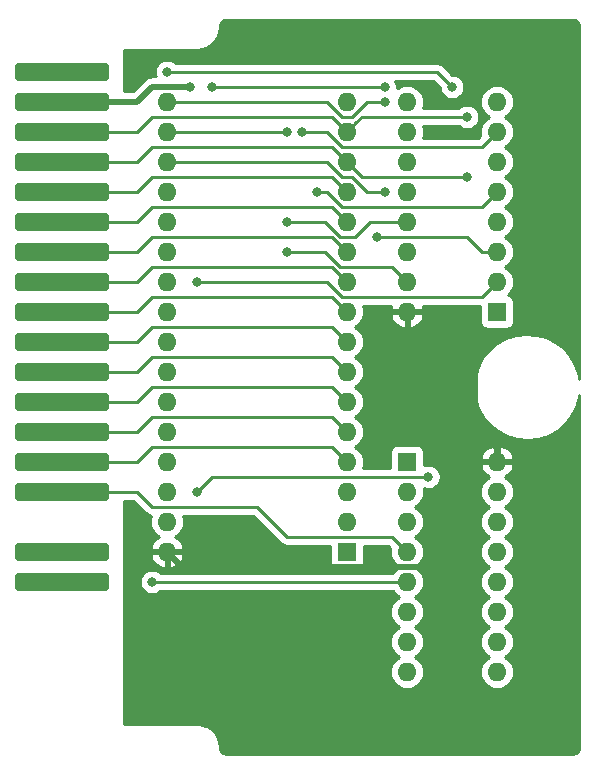
<source format=gbl>
G04 #@! TF.GenerationSoftware,KiCad,Pcbnew,(5.1.2-1)-1*
G04 #@! TF.CreationDate,2023-07-30T19:32:53+02:00*
G04 #@! TF.ProjectId,cart32bbs,63617274-3332-4626-9273-2e6b69636164,rev?*
G04 #@! TF.SameCoordinates,Original*
G04 #@! TF.FileFunction,Copper,L2,Bot*
G04 #@! TF.FilePolarity,Positive*
%FSLAX46Y46*%
G04 Gerber Fmt 4.6, Leading zero omitted, Abs format (unit mm)*
G04 Created by KiCad (PCBNEW (5.1.2-1)-1) date 2023-07-30 19:32:53*
%MOMM*%
%LPD*%
G04 APERTURE LIST*
%ADD10O,1.600000X1.600000*%
%ADD11R,1.600000X1.600000*%
%ADD12C,0.100000*%
%ADD13C,1.524000*%
%ADD14C,0.800000*%
%ADD15C,0.500000*%
%ADD16C,0.250000*%
%ADD17C,0.254000*%
G04 APERTURE END LIST*
D10*
X27940000Y-63500000D03*
X43180000Y-25400000D03*
X27940000Y-60960000D03*
X43180000Y-27940000D03*
X27940000Y-58420000D03*
X43180000Y-30480000D03*
X27940000Y-55880000D03*
X43180000Y-33020000D03*
X27940000Y-53340000D03*
X43180000Y-35560000D03*
X27940000Y-50800000D03*
X43180000Y-38100000D03*
X27940000Y-48260000D03*
X43180000Y-40640000D03*
X27940000Y-45720000D03*
X43180000Y-43180000D03*
X27940000Y-43180000D03*
X43180000Y-45720000D03*
X27940000Y-40640000D03*
X43180000Y-48260000D03*
X27940000Y-38100000D03*
X43180000Y-50800000D03*
X27940000Y-35560000D03*
X43180000Y-53340000D03*
X27940000Y-33020000D03*
X43180000Y-55880000D03*
X27940000Y-30480000D03*
X43180000Y-58420000D03*
X27940000Y-27940000D03*
X43180000Y-60960000D03*
X27940000Y-25400000D03*
D11*
X43180000Y-63500000D03*
D10*
X55880000Y-55880000D03*
X48260000Y-73660000D03*
X55880000Y-58420000D03*
X48260000Y-71120000D03*
X55880000Y-60960000D03*
X48260000Y-68580000D03*
X55880000Y-63500000D03*
X48260000Y-66040000D03*
X55880000Y-66040000D03*
X48260000Y-63500000D03*
X55880000Y-68580000D03*
X48260000Y-60960000D03*
X55880000Y-71120000D03*
X48260000Y-58420000D03*
X55880000Y-73660000D03*
D11*
X48260000Y-55880000D03*
D10*
X48260000Y-43180000D03*
X55880000Y-25400000D03*
X48260000Y-40640000D03*
X55880000Y-27940000D03*
X48260000Y-38100000D03*
X55880000Y-30480000D03*
X48260000Y-35560000D03*
X55880000Y-33020000D03*
X48260000Y-33020000D03*
X55880000Y-35560000D03*
X48260000Y-30480000D03*
X55880000Y-38100000D03*
X48260000Y-27940000D03*
X55880000Y-40640000D03*
X48260000Y-25400000D03*
D11*
X55880000Y-43180000D03*
D12*
G36*
X22706345Y-22099835D02*
G01*
X22743329Y-22105321D01*
X22779598Y-22114406D01*
X22814802Y-22127002D01*
X22848602Y-22142988D01*
X22880672Y-22162210D01*
X22910704Y-22184483D01*
X22938408Y-22209592D01*
X22963517Y-22237296D01*
X22985790Y-22267328D01*
X23005012Y-22299398D01*
X23020998Y-22333198D01*
X23033594Y-22368402D01*
X23042679Y-22404671D01*
X23048165Y-22441655D01*
X23050000Y-22479000D01*
X23050000Y-23241000D01*
X23048165Y-23278345D01*
X23042679Y-23315329D01*
X23033594Y-23351598D01*
X23020998Y-23386802D01*
X23005012Y-23420602D01*
X22985790Y-23452672D01*
X22963517Y-23482704D01*
X22938408Y-23510408D01*
X22910704Y-23535517D01*
X22880672Y-23557790D01*
X22848602Y-23577012D01*
X22814802Y-23592998D01*
X22779598Y-23605594D01*
X22743329Y-23614679D01*
X22706345Y-23620165D01*
X22669000Y-23622000D01*
X15431000Y-23622000D01*
X15393655Y-23620165D01*
X15356671Y-23614679D01*
X15320402Y-23605594D01*
X15285198Y-23592998D01*
X15251398Y-23577012D01*
X15219328Y-23557790D01*
X15189296Y-23535517D01*
X15161592Y-23510408D01*
X15136483Y-23482704D01*
X15114210Y-23452672D01*
X15094988Y-23420602D01*
X15079002Y-23386802D01*
X15066406Y-23351598D01*
X15057321Y-23315329D01*
X15051835Y-23278345D01*
X15050000Y-23241000D01*
X15050000Y-22479000D01*
X15051835Y-22441655D01*
X15057321Y-22404671D01*
X15066406Y-22368402D01*
X15079002Y-22333198D01*
X15094988Y-22299398D01*
X15114210Y-22267328D01*
X15136483Y-22237296D01*
X15161592Y-22209592D01*
X15189296Y-22184483D01*
X15219328Y-22162210D01*
X15251398Y-22142988D01*
X15285198Y-22127002D01*
X15320402Y-22114406D01*
X15356671Y-22105321D01*
X15393655Y-22099835D01*
X15431000Y-22098000D01*
X22669000Y-22098000D01*
X22706345Y-22099835D01*
X22706345Y-22099835D01*
G37*
D13*
X19050000Y-22860000D03*
D12*
G36*
X22706345Y-24639835D02*
G01*
X22743329Y-24645321D01*
X22779598Y-24654406D01*
X22814802Y-24667002D01*
X22848602Y-24682988D01*
X22880672Y-24702210D01*
X22910704Y-24724483D01*
X22938408Y-24749592D01*
X22963517Y-24777296D01*
X22985790Y-24807328D01*
X23005012Y-24839398D01*
X23020998Y-24873198D01*
X23033594Y-24908402D01*
X23042679Y-24944671D01*
X23048165Y-24981655D01*
X23050000Y-25019000D01*
X23050000Y-25781000D01*
X23048165Y-25818345D01*
X23042679Y-25855329D01*
X23033594Y-25891598D01*
X23020998Y-25926802D01*
X23005012Y-25960602D01*
X22985790Y-25992672D01*
X22963517Y-26022704D01*
X22938408Y-26050408D01*
X22910704Y-26075517D01*
X22880672Y-26097790D01*
X22848602Y-26117012D01*
X22814802Y-26132998D01*
X22779598Y-26145594D01*
X22743329Y-26154679D01*
X22706345Y-26160165D01*
X22669000Y-26162000D01*
X15431000Y-26162000D01*
X15393655Y-26160165D01*
X15356671Y-26154679D01*
X15320402Y-26145594D01*
X15285198Y-26132998D01*
X15251398Y-26117012D01*
X15219328Y-26097790D01*
X15189296Y-26075517D01*
X15161592Y-26050408D01*
X15136483Y-26022704D01*
X15114210Y-25992672D01*
X15094988Y-25960602D01*
X15079002Y-25926802D01*
X15066406Y-25891598D01*
X15057321Y-25855329D01*
X15051835Y-25818345D01*
X15050000Y-25781000D01*
X15050000Y-25019000D01*
X15051835Y-24981655D01*
X15057321Y-24944671D01*
X15066406Y-24908402D01*
X15079002Y-24873198D01*
X15094988Y-24839398D01*
X15114210Y-24807328D01*
X15136483Y-24777296D01*
X15161592Y-24749592D01*
X15189296Y-24724483D01*
X15219328Y-24702210D01*
X15251398Y-24682988D01*
X15285198Y-24667002D01*
X15320402Y-24654406D01*
X15356671Y-24645321D01*
X15393655Y-24639835D01*
X15431000Y-24638000D01*
X22669000Y-24638000D01*
X22706345Y-24639835D01*
X22706345Y-24639835D01*
G37*
D13*
X19050000Y-25400000D03*
D12*
G36*
X22706345Y-27179835D02*
G01*
X22743329Y-27185321D01*
X22779598Y-27194406D01*
X22814802Y-27207002D01*
X22848602Y-27222988D01*
X22880672Y-27242210D01*
X22910704Y-27264483D01*
X22938408Y-27289592D01*
X22963517Y-27317296D01*
X22985790Y-27347328D01*
X23005012Y-27379398D01*
X23020998Y-27413198D01*
X23033594Y-27448402D01*
X23042679Y-27484671D01*
X23048165Y-27521655D01*
X23050000Y-27559000D01*
X23050000Y-28321000D01*
X23048165Y-28358345D01*
X23042679Y-28395329D01*
X23033594Y-28431598D01*
X23020998Y-28466802D01*
X23005012Y-28500602D01*
X22985790Y-28532672D01*
X22963517Y-28562704D01*
X22938408Y-28590408D01*
X22910704Y-28615517D01*
X22880672Y-28637790D01*
X22848602Y-28657012D01*
X22814802Y-28672998D01*
X22779598Y-28685594D01*
X22743329Y-28694679D01*
X22706345Y-28700165D01*
X22669000Y-28702000D01*
X15431000Y-28702000D01*
X15393655Y-28700165D01*
X15356671Y-28694679D01*
X15320402Y-28685594D01*
X15285198Y-28672998D01*
X15251398Y-28657012D01*
X15219328Y-28637790D01*
X15189296Y-28615517D01*
X15161592Y-28590408D01*
X15136483Y-28562704D01*
X15114210Y-28532672D01*
X15094988Y-28500602D01*
X15079002Y-28466802D01*
X15066406Y-28431598D01*
X15057321Y-28395329D01*
X15051835Y-28358345D01*
X15050000Y-28321000D01*
X15050000Y-27559000D01*
X15051835Y-27521655D01*
X15057321Y-27484671D01*
X15066406Y-27448402D01*
X15079002Y-27413198D01*
X15094988Y-27379398D01*
X15114210Y-27347328D01*
X15136483Y-27317296D01*
X15161592Y-27289592D01*
X15189296Y-27264483D01*
X15219328Y-27242210D01*
X15251398Y-27222988D01*
X15285198Y-27207002D01*
X15320402Y-27194406D01*
X15356671Y-27185321D01*
X15393655Y-27179835D01*
X15431000Y-27178000D01*
X22669000Y-27178000D01*
X22706345Y-27179835D01*
X22706345Y-27179835D01*
G37*
D13*
X19050000Y-27940000D03*
D12*
G36*
X22706345Y-29719835D02*
G01*
X22743329Y-29725321D01*
X22779598Y-29734406D01*
X22814802Y-29747002D01*
X22848602Y-29762988D01*
X22880672Y-29782210D01*
X22910704Y-29804483D01*
X22938408Y-29829592D01*
X22963517Y-29857296D01*
X22985790Y-29887328D01*
X23005012Y-29919398D01*
X23020998Y-29953198D01*
X23033594Y-29988402D01*
X23042679Y-30024671D01*
X23048165Y-30061655D01*
X23050000Y-30099000D01*
X23050000Y-30861000D01*
X23048165Y-30898345D01*
X23042679Y-30935329D01*
X23033594Y-30971598D01*
X23020998Y-31006802D01*
X23005012Y-31040602D01*
X22985790Y-31072672D01*
X22963517Y-31102704D01*
X22938408Y-31130408D01*
X22910704Y-31155517D01*
X22880672Y-31177790D01*
X22848602Y-31197012D01*
X22814802Y-31212998D01*
X22779598Y-31225594D01*
X22743329Y-31234679D01*
X22706345Y-31240165D01*
X22669000Y-31242000D01*
X15431000Y-31242000D01*
X15393655Y-31240165D01*
X15356671Y-31234679D01*
X15320402Y-31225594D01*
X15285198Y-31212998D01*
X15251398Y-31197012D01*
X15219328Y-31177790D01*
X15189296Y-31155517D01*
X15161592Y-31130408D01*
X15136483Y-31102704D01*
X15114210Y-31072672D01*
X15094988Y-31040602D01*
X15079002Y-31006802D01*
X15066406Y-30971598D01*
X15057321Y-30935329D01*
X15051835Y-30898345D01*
X15050000Y-30861000D01*
X15050000Y-30099000D01*
X15051835Y-30061655D01*
X15057321Y-30024671D01*
X15066406Y-29988402D01*
X15079002Y-29953198D01*
X15094988Y-29919398D01*
X15114210Y-29887328D01*
X15136483Y-29857296D01*
X15161592Y-29829592D01*
X15189296Y-29804483D01*
X15219328Y-29782210D01*
X15251398Y-29762988D01*
X15285198Y-29747002D01*
X15320402Y-29734406D01*
X15356671Y-29725321D01*
X15393655Y-29719835D01*
X15431000Y-29718000D01*
X22669000Y-29718000D01*
X22706345Y-29719835D01*
X22706345Y-29719835D01*
G37*
D13*
X19050000Y-30480000D03*
D12*
G36*
X22706345Y-32259835D02*
G01*
X22743329Y-32265321D01*
X22779598Y-32274406D01*
X22814802Y-32287002D01*
X22848602Y-32302988D01*
X22880672Y-32322210D01*
X22910704Y-32344483D01*
X22938408Y-32369592D01*
X22963517Y-32397296D01*
X22985790Y-32427328D01*
X23005012Y-32459398D01*
X23020998Y-32493198D01*
X23033594Y-32528402D01*
X23042679Y-32564671D01*
X23048165Y-32601655D01*
X23050000Y-32639000D01*
X23050000Y-33401000D01*
X23048165Y-33438345D01*
X23042679Y-33475329D01*
X23033594Y-33511598D01*
X23020998Y-33546802D01*
X23005012Y-33580602D01*
X22985790Y-33612672D01*
X22963517Y-33642704D01*
X22938408Y-33670408D01*
X22910704Y-33695517D01*
X22880672Y-33717790D01*
X22848602Y-33737012D01*
X22814802Y-33752998D01*
X22779598Y-33765594D01*
X22743329Y-33774679D01*
X22706345Y-33780165D01*
X22669000Y-33782000D01*
X15431000Y-33782000D01*
X15393655Y-33780165D01*
X15356671Y-33774679D01*
X15320402Y-33765594D01*
X15285198Y-33752998D01*
X15251398Y-33737012D01*
X15219328Y-33717790D01*
X15189296Y-33695517D01*
X15161592Y-33670408D01*
X15136483Y-33642704D01*
X15114210Y-33612672D01*
X15094988Y-33580602D01*
X15079002Y-33546802D01*
X15066406Y-33511598D01*
X15057321Y-33475329D01*
X15051835Y-33438345D01*
X15050000Y-33401000D01*
X15050000Y-32639000D01*
X15051835Y-32601655D01*
X15057321Y-32564671D01*
X15066406Y-32528402D01*
X15079002Y-32493198D01*
X15094988Y-32459398D01*
X15114210Y-32427328D01*
X15136483Y-32397296D01*
X15161592Y-32369592D01*
X15189296Y-32344483D01*
X15219328Y-32322210D01*
X15251398Y-32302988D01*
X15285198Y-32287002D01*
X15320402Y-32274406D01*
X15356671Y-32265321D01*
X15393655Y-32259835D01*
X15431000Y-32258000D01*
X22669000Y-32258000D01*
X22706345Y-32259835D01*
X22706345Y-32259835D01*
G37*
D13*
X19050000Y-33020000D03*
D12*
G36*
X22706345Y-34799835D02*
G01*
X22743329Y-34805321D01*
X22779598Y-34814406D01*
X22814802Y-34827002D01*
X22848602Y-34842988D01*
X22880672Y-34862210D01*
X22910704Y-34884483D01*
X22938408Y-34909592D01*
X22963517Y-34937296D01*
X22985790Y-34967328D01*
X23005012Y-34999398D01*
X23020998Y-35033198D01*
X23033594Y-35068402D01*
X23042679Y-35104671D01*
X23048165Y-35141655D01*
X23050000Y-35179000D01*
X23050000Y-35941000D01*
X23048165Y-35978345D01*
X23042679Y-36015329D01*
X23033594Y-36051598D01*
X23020998Y-36086802D01*
X23005012Y-36120602D01*
X22985790Y-36152672D01*
X22963517Y-36182704D01*
X22938408Y-36210408D01*
X22910704Y-36235517D01*
X22880672Y-36257790D01*
X22848602Y-36277012D01*
X22814802Y-36292998D01*
X22779598Y-36305594D01*
X22743329Y-36314679D01*
X22706345Y-36320165D01*
X22669000Y-36322000D01*
X15431000Y-36322000D01*
X15393655Y-36320165D01*
X15356671Y-36314679D01*
X15320402Y-36305594D01*
X15285198Y-36292998D01*
X15251398Y-36277012D01*
X15219328Y-36257790D01*
X15189296Y-36235517D01*
X15161592Y-36210408D01*
X15136483Y-36182704D01*
X15114210Y-36152672D01*
X15094988Y-36120602D01*
X15079002Y-36086802D01*
X15066406Y-36051598D01*
X15057321Y-36015329D01*
X15051835Y-35978345D01*
X15050000Y-35941000D01*
X15050000Y-35179000D01*
X15051835Y-35141655D01*
X15057321Y-35104671D01*
X15066406Y-35068402D01*
X15079002Y-35033198D01*
X15094988Y-34999398D01*
X15114210Y-34967328D01*
X15136483Y-34937296D01*
X15161592Y-34909592D01*
X15189296Y-34884483D01*
X15219328Y-34862210D01*
X15251398Y-34842988D01*
X15285198Y-34827002D01*
X15320402Y-34814406D01*
X15356671Y-34805321D01*
X15393655Y-34799835D01*
X15431000Y-34798000D01*
X22669000Y-34798000D01*
X22706345Y-34799835D01*
X22706345Y-34799835D01*
G37*
D13*
X19050000Y-35560000D03*
D12*
G36*
X22706345Y-37339835D02*
G01*
X22743329Y-37345321D01*
X22779598Y-37354406D01*
X22814802Y-37367002D01*
X22848602Y-37382988D01*
X22880672Y-37402210D01*
X22910704Y-37424483D01*
X22938408Y-37449592D01*
X22963517Y-37477296D01*
X22985790Y-37507328D01*
X23005012Y-37539398D01*
X23020998Y-37573198D01*
X23033594Y-37608402D01*
X23042679Y-37644671D01*
X23048165Y-37681655D01*
X23050000Y-37719000D01*
X23050000Y-38481000D01*
X23048165Y-38518345D01*
X23042679Y-38555329D01*
X23033594Y-38591598D01*
X23020998Y-38626802D01*
X23005012Y-38660602D01*
X22985790Y-38692672D01*
X22963517Y-38722704D01*
X22938408Y-38750408D01*
X22910704Y-38775517D01*
X22880672Y-38797790D01*
X22848602Y-38817012D01*
X22814802Y-38832998D01*
X22779598Y-38845594D01*
X22743329Y-38854679D01*
X22706345Y-38860165D01*
X22669000Y-38862000D01*
X15431000Y-38862000D01*
X15393655Y-38860165D01*
X15356671Y-38854679D01*
X15320402Y-38845594D01*
X15285198Y-38832998D01*
X15251398Y-38817012D01*
X15219328Y-38797790D01*
X15189296Y-38775517D01*
X15161592Y-38750408D01*
X15136483Y-38722704D01*
X15114210Y-38692672D01*
X15094988Y-38660602D01*
X15079002Y-38626802D01*
X15066406Y-38591598D01*
X15057321Y-38555329D01*
X15051835Y-38518345D01*
X15050000Y-38481000D01*
X15050000Y-37719000D01*
X15051835Y-37681655D01*
X15057321Y-37644671D01*
X15066406Y-37608402D01*
X15079002Y-37573198D01*
X15094988Y-37539398D01*
X15114210Y-37507328D01*
X15136483Y-37477296D01*
X15161592Y-37449592D01*
X15189296Y-37424483D01*
X15219328Y-37402210D01*
X15251398Y-37382988D01*
X15285198Y-37367002D01*
X15320402Y-37354406D01*
X15356671Y-37345321D01*
X15393655Y-37339835D01*
X15431000Y-37338000D01*
X22669000Y-37338000D01*
X22706345Y-37339835D01*
X22706345Y-37339835D01*
G37*
D13*
X19050000Y-38100000D03*
D12*
G36*
X22706345Y-39879835D02*
G01*
X22743329Y-39885321D01*
X22779598Y-39894406D01*
X22814802Y-39907002D01*
X22848602Y-39922988D01*
X22880672Y-39942210D01*
X22910704Y-39964483D01*
X22938408Y-39989592D01*
X22963517Y-40017296D01*
X22985790Y-40047328D01*
X23005012Y-40079398D01*
X23020998Y-40113198D01*
X23033594Y-40148402D01*
X23042679Y-40184671D01*
X23048165Y-40221655D01*
X23050000Y-40259000D01*
X23050000Y-41021000D01*
X23048165Y-41058345D01*
X23042679Y-41095329D01*
X23033594Y-41131598D01*
X23020998Y-41166802D01*
X23005012Y-41200602D01*
X22985790Y-41232672D01*
X22963517Y-41262704D01*
X22938408Y-41290408D01*
X22910704Y-41315517D01*
X22880672Y-41337790D01*
X22848602Y-41357012D01*
X22814802Y-41372998D01*
X22779598Y-41385594D01*
X22743329Y-41394679D01*
X22706345Y-41400165D01*
X22669000Y-41402000D01*
X15431000Y-41402000D01*
X15393655Y-41400165D01*
X15356671Y-41394679D01*
X15320402Y-41385594D01*
X15285198Y-41372998D01*
X15251398Y-41357012D01*
X15219328Y-41337790D01*
X15189296Y-41315517D01*
X15161592Y-41290408D01*
X15136483Y-41262704D01*
X15114210Y-41232672D01*
X15094988Y-41200602D01*
X15079002Y-41166802D01*
X15066406Y-41131598D01*
X15057321Y-41095329D01*
X15051835Y-41058345D01*
X15050000Y-41021000D01*
X15050000Y-40259000D01*
X15051835Y-40221655D01*
X15057321Y-40184671D01*
X15066406Y-40148402D01*
X15079002Y-40113198D01*
X15094988Y-40079398D01*
X15114210Y-40047328D01*
X15136483Y-40017296D01*
X15161592Y-39989592D01*
X15189296Y-39964483D01*
X15219328Y-39942210D01*
X15251398Y-39922988D01*
X15285198Y-39907002D01*
X15320402Y-39894406D01*
X15356671Y-39885321D01*
X15393655Y-39879835D01*
X15431000Y-39878000D01*
X22669000Y-39878000D01*
X22706345Y-39879835D01*
X22706345Y-39879835D01*
G37*
D13*
X19050000Y-40640000D03*
D12*
G36*
X22706345Y-42419835D02*
G01*
X22743329Y-42425321D01*
X22779598Y-42434406D01*
X22814802Y-42447002D01*
X22848602Y-42462988D01*
X22880672Y-42482210D01*
X22910704Y-42504483D01*
X22938408Y-42529592D01*
X22963517Y-42557296D01*
X22985790Y-42587328D01*
X23005012Y-42619398D01*
X23020998Y-42653198D01*
X23033594Y-42688402D01*
X23042679Y-42724671D01*
X23048165Y-42761655D01*
X23050000Y-42799000D01*
X23050000Y-43561000D01*
X23048165Y-43598345D01*
X23042679Y-43635329D01*
X23033594Y-43671598D01*
X23020998Y-43706802D01*
X23005012Y-43740602D01*
X22985790Y-43772672D01*
X22963517Y-43802704D01*
X22938408Y-43830408D01*
X22910704Y-43855517D01*
X22880672Y-43877790D01*
X22848602Y-43897012D01*
X22814802Y-43912998D01*
X22779598Y-43925594D01*
X22743329Y-43934679D01*
X22706345Y-43940165D01*
X22669000Y-43942000D01*
X15431000Y-43942000D01*
X15393655Y-43940165D01*
X15356671Y-43934679D01*
X15320402Y-43925594D01*
X15285198Y-43912998D01*
X15251398Y-43897012D01*
X15219328Y-43877790D01*
X15189296Y-43855517D01*
X15161592Y-43830408D01*
X15136483Y-43802704D01*
X15114210Y-43772672D01*
X15094988Y-43740602D01*
X15079002Y-43706802D01*
X15066406Y-43671598D01*
X15057321Y-43635329D01*
X15051835Y-43598345D01*
X15050000Y-43561000D01*
X15050000Y-42799000D01*
X15051835Y-42761655D01*
X15057321Y-42724671D01*
X15066406Y-42688402D01*
X15079002Y-42653198D01*
X15094988Y-42619398D01*
X15114210Y-42587328D01*
X15136483Y-42557296D01*
X15161592Y-42529592D01*
X15189296Y-42504483D01*
X15219328Y-42482210D01*
X15251398Y-42462988D01*
X15285198Y-42447002D01*
X15320402Y-42434406D01*
X15356671Y-42425321D01*
X15393655Y-42419835D01*
X15431000Y-42418000D01*
X22669000Y-42418000D01*
X22706345Y-42419835D01*
X22706345Y-42419835D01*
G37*
D13*
X19050000Y-43180000D03*
D12*
G36*
X22706345Y-44959835D02*
G01*
X22743329Y-44965321D01*
X22779598Y-44974406D01*
X22814802Y-44987002D01*
X22848602Y-45002988D01*
X22880672Y-45022210D01*
X22910704Y-45044483D01*
X22938408Y-45069592D01*
X22963517Y-45097296D01*
X22985790Y-45127328D01*
X23005012Y-45159398D01*
X23020998Y-45193198D01*
X23033594Y-45228402D01*
X23042679Y-45264671D01*
X23048165Y-45301655D01*
X23050000Y-45339000D01*
X23050000Y-46101000D01*
X23048165Y-46138345D01*
X23042679Y-46175329D01*
X23033594Y-46211598D01*
X23020998Y-46246802D01*
X23005012Y-46280602D01*
X22985790Y-46312672D01*
X22963517Y-46342704D01*
X22938408Y-46370408D01*
X22910704Y-46395517D01*
X22880672Y-46417790D01*
X22848602Y-46437012D01*
X22814802Y-46452998D01*
X22779598Y-46465594D01*
X22743329Y-46474679D01*
X22706345Y-46480165D01*
X22669000Y-46482000D01*
X15431000Y-46482000D01*
X15393655Y-46480165D01*
X15356671Y-46474679D01*
X15320402Y-46465594D01*
X15285198Y-46452998D01*
X15251398Y-46437012D01*
X15219328Y-46417790D01*
X15189296Y-46395517D01*
X15161592Y-46370408D01*
X15136483Y-46342704D01*
X15114210Y-46312672D01*
X15094988Y-46280602D01*
X15079002Y-46246802D01*
X15066406Y-46211598D01*
X15057321Y-46175329D01*
X15051835Y-46138345D01*
X15050000Y-46101000D01*
X15050000Y-45339000D01*
X15051835Y-45301655D01*
X15057321Y-45264671D01*
X15066406Y-45228402D01*
X15079002Y-45193198D01*
X15094988Y-45159398D01*
X15114210Y-45127328D01*
X15136483Y-45097296D01*
X15161592Y-45069592D01*
X15189296Y-45044483D01*
X15219328Y-45022210D01*
X15251398Y-45002988D01*
X15285198Y-44987002D01*
X15320402Y-44974406D01*
X15356671Y-44965321D01*
X15393655Y-44959835D01*
X15431000Y-44958000D01*
X22669000Y-44958000D01*
X22706345Y-44959835D01*
X22706345Y-44959835D01*
G37*
D13*
X19050000Y-45720000D03*
D12*
G36*
X22706345Y-47499835D02*
G01*
X22743329Y-47505321D01*
X22779598Y-47514406D01*
X22814802Y-47527002D01*
X22848602Y-47542988D01*
X22880672Y-47562210D01*
X22910704Y-47584483D01*
X22938408Y-47609592D01*
X22963517Y-47637296D01*
X22985790Y-47667328D01*
X23005012Y-47699398D01*
X23020998Y-47733198D01*
X23033594Y-47768402D01*
X23042679Y-47804671D01*
X23048165Y-47841655D01*
X23050000Y-47879000D01*
X23050000Y-48641000D01*
X23048165Y-48678345D01*
X23042679Y-48715329D01*
X23033594Y-48751598D01*
X23020998Y-48786802D01*
X23005012Y-48820602D01*
X22985790Y-48852672D01*
X22963517Y-48882704D01*
X22938408Y-48910408D01*
X22910704Y-48935517D01*
X22880672Y-48957790D01*
X22848602Y-48977012D01*
X22814802Y-48992998D01*
X22779598Y-49005594D01*
X22743329Y-49014679D01*
X22706345Y-49020165D01*
X22669000Y-49022000D01*
X15431000Y-49022000D01*
X15393655Y-49020165D01*
X15356671Y-49014679D01*
X15320402Y-49005594D01*
X15285198Y-48992998D01*
X15251398Y-48977012D01*
X15219328Y-48957790D01*
X15189296Y-48935517D01*
X15161592Y-48910408D01*
X15136483Y-48882704D01*
X15114210Y-48852672D01*
X15094988Y-48820602D01*
X15079002Y-48786802D01*
X15066406Y-48751598D01*
X15057321Y-48715329D01*
X15051835Y-48678345D01*
X15050000Y-48641000D01*
X15050000Y-47879000D01*
X15051835Y-47841655D01*
X15057321Y-47804671D01*
X15066406Y-47768402D01*
X15079002Y-47733198D01*
X15094988Y-47699398D01*
X15114210Y-47667328D01*
X15136483Y-47637296D01*
X15161592Y-47609592D01*
X15189296Y-47584483D01*
X15219328Y-47562210D01*
X15251398Y-47542988D01*
X15285198Y-47527002D01*
X15320402Y-47514406D01*
X15356671Y-47505321D01*
X15393655Y-47499835D01*
X15431000Y-47498000D01*
X22669000Y-47498000D01*
X22706345Y-47499835D01*
X22706345Y-47499835D01*
G37*
D13*
X19050000Y-48260000D03*
D12*
G36*
X22706345Y-50039835D02*
G01*
X22743329Y-50045321D01*
X22779598Y-50054406D01*
X22814802Y-50067002D01*
X22848602Y-50082988D01*
X22880672Y-50102210D01*
X22910704Y-50124483D01*
X22938408Y-50149592D01*
X22963517Y-50177296D01*
X22985790Y-50207328D01*
X23005012Y-50239398D01*
X23020998Y-50273198D01*
X23033594Y-50308402D01*
X23042679Y-50344671D01*
X23048165Y-50381655D01*
X23050000Y-50419000D01*
X23050000Y-51181000D01*
X23048165Y-51218345D01*
X23042679Y-51255329D01*
X23033594Y-51291598D01*
X23020998Y-51326802D01*
X23005012Y-51360602D01*
X22985790Y-51392672D01*
X22963517Y-51422704D01*
X22938408Y-51450408D01*
X22910704Y-51475517D01*
X22880672Y-51497790D01*
X22848602Y-51517012D01*
X22814802Y-51532998D01*
X22779598Y-51545594D01*
X22743329Y-51554679D01*
X22706345Y-51560165D01*
X22669000Y-51562000D01*
X15431000Y-51562000D01*
X15393655Y-51560165D01*
X15356671Y-51554679D01*
X15320402Y-51545594D01*
X15285198Y-51532998D01*
X15251398Y-51517012D01*
X15219328Y-51497790D01*
X15189296Y-51475517D01*
X15161592Y-51450408D01*
X15136483Y-51422704D01*
X15114210Y-51392672D01*
X15094988Y-51360602D01*
X15079002Y-51326802D01*
X15066406Y-51291598D01*
X15057321Y-51255329D01*
X15051835Y-51218345D01*
X15050000Y-51181000D01*
X15050000Y-50419000D01*
X15051835Y-50381655D01*
X15057321Y-50344671D01*
X15066406Y-50308402D01*
X15079002Y-50273198D01*
X15094988Y-50239398D01*
X15114210Y-50207328D01*
X15136483Y-50177296D01*
X15161592Y-50149592D01*
X15189296Y-50124483D01*
X15219328Y-50102210D01*
X15251398Y-50082988D01*
X15285198Y-50067002D01*
X15320402Y-50054406D01*
X15356671Y-50045321D01*
X15393655Y-50039835D01*
X15431000Y-50038000D01*
X22669000Y-50038000D01*
X22706345Y-50039835D01*
X22706345Y-50039835D01*
G37*
D13*
X19050000Y-50800000D03*
D12*
G36*
X22706345Y-52579835D02*
G01*
X22743329Y-52585321D01*
X22779598Y-52594406D01*
X22814802Y-52607002D01*
X22848602Y-52622988D01*
X22880672Y-52642210D01*
X22910704Y-52664483D01*
X22938408Y-52689592D01*
X22963517Y-52717296D01*
X22985790Y-52747328D01*
X23005012Y-52779398D01*
X23020998Y-52813198D01*
X23033594Y-52848402D01*
X23042679Y-52884671D01*
X23048165Y-52921655D01*
X23050000Y-52959000D01*
X23050000Y-53721000D01*
X23048165Y-53758345D01*
X23042679Y-53795329D01*
X23033594Y-53831598D01*
X23020998Y-53866802D01*
X23005012Y-53900602D01*
X22985790Y-53932672D01*
X22963517Y-53962704D01*
X22938408Y-53990408D01*
X22910704Y-54015517D01*
X22880672Y-54037790D01*
X22848602Y-54057012D01*
X22814802Y-54072998D01*
X22779598Y-54085594D01*
X22743329Y-54094679D01*
X22706345Y-54100165D01*
X22669000Y-54102000D01*
X15431000Y-54102000D01*
X15393655Y-54100165D01*
X15356671Y-54094679D01*
X15320402Y-54085594D01*
X15285198Y-54072998D01*
X15251398Y-54057012D01*
X15219328Y-54037790D01*
X15189296Y-54015517D01*
X15161592Y-53990408D01*
X15136483Y-53962704D01*
X15114210Y-53932672D01*
X15094988Y-53900602D01*
X15079002Y-53866802D01*
X15066406Y-53831598D01*
X15057321Y-53795329D01*
X15051835Y-53758345D01*
X15050000Y-53721000D01*
X15050000Y-52959000D01*
X15051835Y-52921655D01*
X15057321Y-52884671D01*
X15066406Y-52848402D01*
X15079002Y-52813198D01*
X15094988Y-52779398D01*
X15114210Y-52747328D01*
X15136483Y-52717296D01*
X15161592Y-52689592D01*
X15189296Y-52664483D01*
X15219328Y-52642210D01*
X15251398Y-52622988D01*
X15285198Y-52607002D01*
X15320402Y-52594406D01*
X15356671Y-52585321D01*
X15393655Y-52579835D01*
X15431000Y-52578000D01*
X22669000Y-52578000D01*
X22706345Y-52579835D01*
X22706345Y-52579835D01*
G37*
D13*
X19050000Y-53340000D03*
D12*
G36*
X22706345Y-55119835D02*
G01*
X22743329Y-55125321D01*
X22779598Y-55134406D01*
X22814802Y-55147002D01*
X22848602Y-55162988D01*
X22880672Y-55182210D01*
X22910704Y-55204483D01*
X22938408Y-55229592D01*
X22963517Y-55257296D01*
X22985790Y-55287328D01*
X23005012Y-55319398D01*
X23020998Y-55353198D01*
X23033594Y-55388402D01*
X23042679Y-55424671D01*
X23048165Y-55461655D01*
X23050000Y-55499000D01*
X23050000Y-56261000D01*
X23048165Y-56298345D01*
X23042679Y-56335329D01*
X23033594Y-56371598D01*
X23020998Y-56406802D01*
X23005012Y-56440602D01*
X22985790Y-56472672D01*
X22963517Y-56502704D01*
X22938408Y-56530408D01*
X22910704Y-56555517D01*
X22880672Y-56577790D01*
X22848602Y-56597012D01*
X22814802Y-56612998D01*
X22779598Y-56625594D01*
X22743329Y-56634679D01*
X22706345Y-56640165D01*
X22669000Y-56642000D01*
X15431000Y-56642000D01*
X15393655Y-56640165D01*
X15356671Y-56634679D01*
X15320402Y-56625594D01*
X15285198Y-56612998D01*
X15251398Y-56597012D01*
X15219328Y-56577790D01*
X15189296Y-56555517D01*
X15161592Y-56530408D01*
X15136483Y-56502704D01*
X15114210Y-56472672D01*
X15094988Y-56440602D01*
X15079002Y-56406802D01*
X15066406Y-56371598D01*
X15057321Y-56335329D01*
X15051835Y-56298345D01*
X15050000Y-56261000D01*
X15050000Y-55499000D01*
X15051835Y-55461655D01*
X15057321Y-55424671D01*
X15066406Y-55388402D01*
X15079002Y-55353198D01*
X15094988Y-55319398D01*
X15114210Y-55287328D01*
X15136483Y-55257296D01*
X15161592Y-55229592D01*
X15189296Y-55204483D01*
X15219328Y-55182210D01*
X15251398Y-55162988D01*
X15285198Y-55147002D01*
X15320402Y-55134406D01*
X15356671Y-55125321D01*
X15393655Y-55119835D01*
X15431000Y-55118000D01*
X22669000Y-55118000D01*
X22706345Y-55119835D01*
X22706345Y-55119835D01*
G37*
D13*
X19050000Y-55880000D03*
D12*
G36*
X22706345Y-57659835D02*
G01*
X22743329Y-57665321D01*
X22779598Y-57674406D01*
X22814802Y-57687002D01*
X22848602Y-57702988D01*
X22880672Y-57722210D01*
X22910704Y-57744483D01*
X22938408Y-57769592D01*
X22963517Y-57797296D01*
X22985790Y-57827328D01*
X23005012Y-57859398D01*
X23020998Y-57893198D01*
X23033594Y-57928402D01*
X23042679Y-57964671D01*
X23048165Y-58001655D01*
X23050000Y-58039000D01*
X23050000Y-58801000D01*
X23048165Y-58838345D01*
X23042679Y-58875329D01*
X23033594Y-58911598D01*
X23020998Y-58946802D01*
X23005012Y-58980602D01*
X22985790Y-59012672D01*
X22963517Y-59042704D01*
X22938408Y-59070408D01*
X22910704Y-59095517D01*
X22880672Y-59117790D01*
X22848602Y-59137012D01*
X22814802Y-59152998D01*
X22779598Y-59165594D01*
X22743329Y-59174679D01*
X22706345Y-59180165D01*
X22669000Y-59182000D01*
X15431000Y-59182000D01*
X15393655Y-59180165D01*
X15356671Y-59174679D01*
X15320402Y-59165594D01*
X15285198Y-59152998D01*
X15251398Y-59137012D01*
X15219328Y-59117790D01*
X15189296Y-59095517D01*
X15161592Y-59070408D01*
X15136483Y-59042704D01*
X15114210Y-59012672D01*
X15094988Y-58980602D01*
X15079002Y-58946802D01*
X15066406Y-58911598D01*
X15057321Y-58875329D01*
X15051835Y-58838345D01*
X15050000Y-58801000D01*
X15050000Y-58039000D01*
X15051835Y-58001655D01*
X15057321Y-57964671D01*
X15066406Y-57928402D01*
X15079002Y-57893198D01*
X15094988Y-57859398D01*
X15114210Y-57827328D01*
X15136483Y-57797296D01*
X15161592Y-57769592D01*
X15189296Y-57744483D01*
X15219328Y-57722210D01*
X15251398Y-57702988D01*
X15285198Y-57687002D01*
X15320402Y-57674406D01*
X15356671Y-57665321D01*
X15393655Y-57659835D01*
X15431000Y-57658000D01*
X22669000Y-57658000D01*
X22706345Y-57659835D01*
X22706345Y-57659835D01*
G37*
D13*
X19050000Y-58420000D03*
D12*
G36*
X22706345Y-62739835D02*
G01*
X22743329Y-62745321D01*
X22779598Y-62754406D01*
X22814802Y-62767002D01*
X22848602Y-62782988D01*
X22880672Y-62802210D01*
X22910704Y-62824483D01*
X22938408Y-62849592D01*
X22963517Y-62877296D01*
X22985790Y-62907328D01*
X23005012Y-62939398D01*
X23020998Y-62973198D01*
X23033594Y-63008402D01*
X23042679Y-63044671D01*
X23048165Y-63081655D01*
X23050000Y-63119000D01*
X23050000Y-63881000D01*
X23048165Y-63918345D01*
X23042679Y-63955329D01*
X23033594Y-63991598D01*
X23020998Y-64026802D01*
X23005012Y-64060602D01*
X22985790Y-64092672D01*
X22963517Y-64122704D01*
X22938408Y-64150408D01*
X22910704Y-64175517D01*
X22880672Y-64197790D01*
X22848602Y-64217012D01*
X22814802Y-64232998D01*
X22779598Y-64245594D01*
X22743329Y-64254679D01*
X22706345Y-64260165D01*
X22669000Y-64262000D01*
X15431000Y-64262000D01*
X15393655Y-64260165D01*
X15356671Y-64254679D01*
X15320402Y-64245594D01*
X15285198Y-64232998D01*
X15251398Y-64217012D01*
X15219328Y-64197790D01*
X15189296Y-64175517D01*
X15161592Y-64150408D01*
X15136483Y-64122704D01*
X15114210Y-64092672D01*
X15094988Y-64060602D01*
X15079002Y-64026802D01*
X15066406Y-63991598D01*
X15057321Y-63955329D01*
X15051835Y-63918345D01*
X15050000Y-63881000D01*
X15050000Y-63119000D01*
X15051835Y-63081655D01*
X15057321Y-63044671D01*
X15066406Y-63008402D01*
X15079002Y-62973198D01*
X15094988Y-62939398D01*
X15114210Y-62907328D01*
X15136483Y-62877296D01*
X15161592Y-62849592D01*
X15189296Y-62824483D01*
X15219328Y-62802210D01*
X15251398Y-62782988D01*
X15285198Y-62767002D01*
X15320402Y-62754406D01*
X15356671Y-62745321D01*
X15393655Y-62739835D01*
X15431000Y-62738000D01*
X22669000Y-62738000D01*
X22706345Y-62739835D01*
X22706345Y-62739835D01*
G37*
D13*
X19050000Y-63500000D03*
D12*
G36*
X22706345Y-65279835D02*
G01*
X22743329Y-65285321D01*
X22779598Y-65294406D01*
X22814802Y-65307002D01*
X22848602Y-65322988D01*
X22880672Y-65342210D01*
X22910704Y-65364483D01*
X22938408Y-65389592D01*
X22963517Y-65417296D01*
X22985790Y-65447328D01*
X23005012Y-65479398D01*
X23020998Y-65513198D01*
X23033594Y-65548402D01*
X23042679Y-65584671D01*
X23048165Y-65621655D01*
X23050000Y-65659000D01*
X23050000Y-66421000D01*
X23048165Y-66458345D01*
X23042679Y-66495329D01*
X23033594Y-66531598D01*
X23020998Y-66566802D01*
X23005012Y-66600602D01*
X22985790Y-66632672D01*
X22963517Y-66662704D01*
X22938408Y-66690408D01*
X22910704Y-66715517D01*
X22880672Y-66737790D01*
X22848602Y-66757012D01*
X22814802Y-66772998D01*
X22779598Y-66785594D01*
X22743329Y-66794679D01*
X22706345Y-66800165D01*
X22669000Y-66802000D01*
X15431000Y-66802000D01*
X15393655Y-66800165D01*
X15356671Y-66794679D01*
X15320402Y-66785594D01*
X15285198Y-66772998D01*
X15251398Y-66757012D01*
X15219328Y-66737790D01*
X15189296Y-66715517D01*
X15161592Y-66690408D01*
X15136483Y-66662704D01*
X15114210Y-66632672D01*
X15094988Y-66600602D01*
X15079002Y-66566802D01*
X15066406Y-66531598D01*
X15057321Y-66495329D01*
X15051835Y-66458345D01*
X15050000Y-66421000D01*
X15050000Y-65659000D01*
X15051835Y-65621655D01*
X15057321Y-65584671D01*
X15066406Y-65548402D01*
X15079002Y-65513198D01*
X15094988Y-65479398D01*
X15114210Y-65447328D01*
X15136483Y-65417296D01*
X15161592Y-65389592D01*
X15189296Y-65364483D01*
X15219328Y-65342210D01*
X15251398Y-65322988D01*
X15285198Y-65307002D01*
X15320402Y-65294406D01*
X15356671Y-65285321D01*
X15393655Y-65279835D01*
X15431000Y-65278000D01*
X22669000Y-65278000D01*
X22706345Y-65279835D01*
X22706345Y-65279835D01*
G37*
D13*
X19050000Y-66040000D03*
D14*
X29845000Y-24130000D03*
X53340000Y-26670000D03*
X53340000Y-31750000D03*
X45720000Y-36830000D03*
X52070000Y-24130000D03*
X27940000Y-22860000D03*
X46355000Y-25400000D03*
X38100000Y-27940000D03*
X38100000Y-35560000D03*
X46355000Y-33020000D03*
X26670000Y-66040000D03*
X30480000Y-40640000D03*
X40640000Y-33020000D03*
X39370000Y-27940000D03*
X50075000Y-57150000D03*
X30480000Y-58420000D03*
X38100000Y-38100000D03*
X31750000Y-24130000D03*
X46355000Y-24130000D03*
D15*
X19050000Y-25400000D02*
X25400000Y-25400000D01*
X25400000Y-25400000D02*
X26670000Y-24130000D01*
X26670000Y-24130000D02*
X29845000Y-24130000D01*
D16*
X19050000Y-27940000D02*
X25400000Y-27940000D01*
X25400000Y-27940000D02*
X26670000Y-26670000D01*
X26670000Y-26670000D02*
X41910000Y-26670000D01*
X41910000Y-26670000D02*
X43180000Y-27940000D01*
X43180000Y-27940000D02*
X43979999Y-27140001D01*
X43979999Y-27140001D02*
X44450000Y-26670000D01*
X44450000Y-26670000D02*
X53340000Y-26670000D01*
X19050000Y-30480000D02*
X25400000Y-30480000D01*
X25400000Y-30480000D02*
X26670000Y-29210000D01*
X26670000Y-29210000D02*
X41910000Y-29210000D01*
X41910000Y-29210000D02*
X43180000Y-30480000D01*
X43180000Y-30480000D02*
X43979999Y-31279999D01*
X43979999Y-31279999D02*
X44450000Y-31750000D01*
X44450000Y-31750000D02*
X53340000Y-31750000D01*
X19050000Y-33020000D02*
X25400000Y-33020000D01*
X25400000Y-33020000D02*
X26670000Y-31750000D01*
X26670000Y-31750000D02*
X41910000Y-31750000D01*
X41910000Y-31750000D02*
X43180000Y-33020000D01*
X55880000Y-38100000D02*
X54610000Y-38100000D01*
X54610000Y-38100000D02*
X53340000Y-36830000D01*
X53340000Y-36830000D02*
X45720000Y-36830000D01*
X19050000Y-35560000D02*
X25400000Y-35560000D01*
X25400000Y-35560000D02*
X26670000Y-34290000D01*
X26670000Y-34290000D02*
X41910000Y-34290000D01*
X41910000Y-34290000D02*
X43180000Y-35560000D01*
X19050000Y-38100000D02*
X25400000Y-38100000D01*
X25400000Y-38100000D02*
X26670000Y-36830000D01*
X26670000Y-36830000D02*
X41910000Y-36830000D01*
X41910000Y-36830000D02*
X43180000Y-38100000D01*
X19050000Y-40640000D02*
X25400000Y-40640000D01*
X25400000Y-40640000D02*
X26670000Y-39370000D01*
X26670000Y-39370000D02*
X41910000Y-39370000D01*
X41910000Y-39370000D02*
X43180000Y-40640000D01*
X19050000Y-43180000D02*
X25400000Y-43180000D01*
X25400000Y-43180000D02*
X26670000Y-41910000D01*
X26670000Y-41910000D02*
X41910000Y-41910000D01*
X41910000Y-41910000D02*
X43180000Y-43180000D01*
X19050000Y-45720000D02*
X25400000Y-45720000D01*
X25400000Y-45720000D02*
X26670000Y-44450000D01*
X26670000Y-44450000D02*
X41910000Y-44450000D01*
X41910000Y-44450000D02*
X43180000Y-45720000D01*
X19050000Y-48260000D02*
X25400000Y-48260000D01*
X25400000Y-48260000D02*
X26670000Y-46990000D01*
X26670000Y-46990000D02*
X41910000Y-46990000D01*
X41910000Y-46990000D02*
X43180000Y-48260000D01*
X19050000Y-50800000D02*
X25400000Y-50800000D01*
X25400000Y-50800000D02*
X26670000Y-49530000D01*
X26670000Y-49530000D02*
X41910000Y-49530000D01*
X41910000Y-49530000D02*
X43180000Y-50800000D01*
X19050000Y-53340000D02*
X25400000Y-53340000D01*
X25400000Y-53340000D02*
X26670000Y-52070000D01*
X26670000Y-52070000D02*
X41910000Y-52070000D01*
X41910000Y-52070000D02*
X43180000Y-53340000D01*
X19050000Y-55880000D02*
X25400000Y-55880000D01*
X25400000Y-55880000D02*
X26670000Y-54610000D01*
X26670000Y-54610000D02*
X41910000Y-54610000D01*
X41910000Y-54610000D02*
X43180000Y-55880000D01*
X19050000Y-58420000D02*
X25400000Y-58420000D01*
X25400000Y-58420000D02*
X26670000Y-59690000D01*
X26670000Y-59690000D02*
X35560000Y-59690000D01*
X35560000Y-59690000D02*
X38100000Y-62230000D01*
X38100000Y-62230000D02*
X46990000Y-62230000D01*
X46990000Y-62230000D02*
X48260000Y-63500000D01*
X52070000Y-24130000D02*
X50800000Y-22860000D01*
X50800000Y-22860000D02*
X30480000Y-22860000D01*
X30480000Y-22860000D02*
X27940000Y-22860000D01*
X41514998Y-25400000D02*
X42784998Y-26670000D01*
X27940000Y-25400000D02*
X41514998Y-25400000D01*
X43575002Y-26670000D02*
X44845002Y-25400000D01*
X42784998Y-26670000D02*
X43575002Y-26670000D01*
X44845002Y-25400000D02*
X46355000Y-25400000D01*
X27940000Y-27940000D02*
X38100000Y-27940000D01*
X42546410Y-36830000D02*
X41276410Y-35560000D01*
X43815000Y-36830000D02*
X42546410Y-36830000D01*
X45085000Y-35560000D02*
X43815000Y-36830000D01*
X41276410Y-35560000D02*
X38100000Y-35560000D01*
X48260000Y-35560000D02*
X45085000Y-35560000D01*
X41514998Y-30480000D02*
X42784998Y-31750000D01*
X27940000Y-30480000D02*
X41514998Y-30480000D01*
X43575002Y-31750000D02*
X44845002Y-33020000D01*
X42784998Y-31750000D02*
X43575002Y-31750000D01*
X44845002Y-33020000D02*
X46355000Y-33020000D01*
D15*
X55880000Y-54748630D02*
X53975000Y-52843630D01*
X55880000Y-55880000D02*
X55880000Y-54748630D01*
X53975000Y-52843630D02*
X53975000Y-46355000D01*
X53975000Y-46355000D02*
X50800000Y-43180000D01*
X50800000Y-43180000D02*
X48260000Y-43180000D01*
X52705000Y-64770000D02*
X29210000Y-64770000D01*
X54610000Y-55880000D02*
X53975000Y-56515000D01*
X53975000Y-63500000D02*
X52705000Y-64770000D01*
X53975000Y-56515000D02*
X53975000Y-63500000D01*
X29210000Y-64770000D02*
X27940000Y-63500000D01*
X55880000Y-55880000D02*
X54610000Y-55880000D01*
D16*
X26670000Y-66040000D02*
X48260000Y-66040000D01*
X54610000Y-41910000D02*
X55880000Y-40640000D01*
X42784998Y-41910000D02*
X54610000Y-41910000D01*
X41514998Y-40640000D02*
X42784998Y-41910000D01*
X30480000Y-40640000D02*
X41514998Y-40640000D01*
X54610000Y-34290000D02*
X55880000Y-33020000D01*
X41514998Y-33020000D02*
X42784998Y-34290000D01*
X42784998Y-34290000D02*
X54610000Y-34290000D01*
X40640000Y-33020000D02*
X41514998Y-33020000D01*
X45720000Y-29210000D02*
X54610000Y-29210000D01*
X54610000Y-29210000D02*
X55880000Y-27940000D01*
X42784998Y-29210000D02*
X41514998Y-27940000D01*
X45720000Y-29210000D02*
X42784998Y-29210000D01*
X41514998Y-27940000D02*
X39370000Y-27940000D01*
X50075000Y-57150000D02*
X42784998Y-57150000D01*
X31750000Y-57150000D02*
X30480000Y-58420000D01*
X42784998Y-57150000D02*
X31750000Y-57150000D01*
X41276410Y-38100000D02*
X42546410Y-39370000D01*
X38100000Y-38100000D02*
X41276410Y-38100000D01*
X46990000Y-39370000D02*
X48260000Y-40640000D01*
X42546410Y-39370000D02*
X46990000Y-39370000D01*
X31750000Y-24130000D02*
X46355000Y-24130000D01*
D17*
G36*
X62347869Y-18454722D02*
G01*
X62461246Y-18488953D01*
X62565819Y-18544555D01*
X62657596Y-18619407D01*
X62733091Y-18710664D01*
X62789419Y-18814844D01*
X62824440Y-18927976D01*
X62840000Y-19076022D01*
X62840000Y-48864385D01*
X62798421Y-48535247D01*
X62521819Y-47703752D01*
X62088981Y-46941819D01*
X61516392Y-46278468D01*
X60825862Y-45738968D01*
X60043694Y-45343866D01*
X59199680Y-45108213D01*
X58325969Y-45040985D01*
X57455838Y-45144741D01*
X56622433Y-45415531D01*
X55857496Y-45843040D01*
X55190164Y-46410984D01*
X54645856Y-47097730D01*
X54245304Y-47877121D01*
X54003764Y-48719469D01*
X53930438Y-49592690D01*
X54028117Y-50463523D01*
X54293082Y-51298799D01*
X54715240Y-52066702D01*
X55278512Y-52737982D01*
X55961441Y-53287072D01*
X56738016Y-53693056D01*
X57578658Y-53940470D01*
X58451346Y-54019891D01*
X59322840Y-53928293D01*
X60159945Y-53669166D01*
X60930776Y-53252379D01*
X61605973Y-52693808D01*
X62159816Y-52014728D01*
X62571212Y-51241006D01*
X62824489Y-50402112D01*
X62840001Y-50243913D01*
X62840001Y-79977711D01*
X62825278Y-80127869D01*
X62791047Y-80241246D01*
X62735446Y-80345817D01*
X62660594Y-80437595D01*
X62569335Y-80513091D01*
X62465160Y-80569419D01*
X62352024Y-80604440D01*
X62203979Y-80620000D01*
X33052279Y-80620000D01*
X32902131Y-80605278D01*
X32788754Y-80571047D01*
X32684183Y-80515446D01*
X32592405Y-80440594D01*
X32516909Y-80349335D01*
X32460581Y-80245160D01*
X32425560Y-80132024D01*
X32407145Y-79956813D01*
X32407253Y-79941318D01*
X32406354Y-79932147D01*
X32380446Y-79685644D01*
X32368414Y-79627028D01*
X32357208Y-79568284D01*
X32354544Y-79559462D01*
X32281249Y-79322686D01*
X32258074Y-79267555D01*
X32235661Y-79212080D01*
X32231334Y-79203944D01*
X32113446Y-78985914D01*
X32080012Y-78936346D01*
X32047240Y-78886265D01*
X32041416Y-78879124D01*
X31883423Y-78688144D01*
X31840988Y-78646005D01*
X31799125Y-78603255D01*
X31792024Y-78597381D01*
X31599946Y-78440727D01*
X31550169Y-78407655D01*
X31500763Y-78373826D01*
X31492657Y-78369444D01*
X31273809Y-78253081D01*
X31218532Y-78230298D01*
X31163525Y-78206721D01*
X31154722Y-78203997D01*
X30917441Y-78132357D01*
X30858754Y-78120736D01*
X30800248Y-78108300D01*
X30791085Y-78107337D01*
X30791083Y-78107337D01*
X30544405Y-78083150D01*
X30544402Y-78083150D01*
X30512419Y-78080000D01*
X24257000Y-78080000D01*
X24257000Y-63849039D01*
X26548096Y-63849039D01*
X26588754Y-63983087D01*
X26708963Y-64237420D01*
X26876481Y-64463414D01*
X27084869Y-64652385D01*
X27326119Y-64797070D01*
X27590960Y-64891909D01*
X27813000Y-64770624D01*
X27813000Y-63627000D01*
X28067000Y-63627000D01*
X28067000Y-64770624D01*
X28289040Y-64891909D01*
X28553881Y-64797070D01*
X28795131Y-64652385D01*
X29003519Y-64463414D01*
X29171037Y-64237420D01*
X29291246Y-63983087D01*
X29331904Y-63849039D01*
X29209915Y-63627000D01*
X28067000Y-63627000D01*
X27813000Y-63627000D01*
X26670085Y-63627000D01*
X26548096Y-63849039D01*
X24257000Y-63849039D01*
X24257000Y-59180000D01*
X25085199Y-59180000D01*
X26106200Y-60201002D01*
X26129999Y-60230001D01*
X26245724Y-60324974D01*
X26377753Y-60395546D01*
X26521014Y-60439003D01*
X26596225Y-60446411D01*
X26525764Y-60678691D01*
X26498057Y-60960000D01*
X26525764Y-61241309D01*
X26607818Y-61511808D01*
X26741068Y-61761101D01*
X26920392Y-61979608D01*
X27138899Y-62158932D01*
X27276682Y-62232579D01*
X27084869Y-62347615D01*
X26876481Y-62536586D01*
X26708963Y-62762580D01*
X26588754Y-63016913D01*
X26548096Y-63150961D01*
X26670085Y-63373000D01*
X27813000Y-63373000D01*
X27813000Y-63353000D01*
X28067000Y-63353000D01*
X28067000Y-63373000D01*
X29209915Y-63373000D01*
X29331904Y-63150961D01*
X29291246Y-63016913D01*
X29171037Y-62762580D01*
X29003519Y-62536586D01*
X28795131Y-62347615D01*
X28603318Y-62232579D01*
X28741101Y-62158932D01*
X28959608Y-61979608D01*
X29138932Y-61761101D01*
X29272182Y-61511808D01*
X29354236Y-61241309D01*
X29381943Y-60960000D01*
X29354236Y-60678691D01*
X29284864Y-60450000D01*
X35245199Y-60450000D01*
X37536205Y-62741008D01*
X37559999Y-62770001D01*
X37588992Y-62793795D01*
X37588996Y-62793799D01*
X37659685Y-62851811D01*
X37675724Y-62864974D01*
X37807753Y-62935546D01*
X37951014Y-62979003D01*
X38062667Y-62990000D01*
X38062676Y-62990000D01*
X38099999Y-62993676D01*
X38137322Y-62990000D01*
X41741928Y-62990000D01*
X41741928Y-64300000D01*
X41754188Y-64424482D01*
X41790498Y-64544180D01*
X41849463Y-64654494D01*
X41928815Y-64751185D01*
X42025506Y-64830537D01*
X42135820Y-64889502D01*
X42255518Y-64925812D01*
X42380000Y-64938072D01*
X43980000Y-64938072D01*
X44104482Y-64925812D01*
X44224180Y-64889502D01*
X44334494Y-64830537D01*
X44431185Y-64751185D01*
X44510537Y-64654494D01*
X44569502Y-64544180D01*
X44605812Y-64424482D01*
X44618072Y-64300000D01*
X44618072Y-62990000D01*
X46675199Y-62990000D01*
X46859292Y-63174094D01*
X46845764Y-63218691D01*
X46818057Y-63500000D01*
X46845764Y-63781309D01*
X46927818Y-64051808D01*
X47061068Y-64301101D01*
X47240392Y-64519608D01*
X47458899Y-64698932D01*
X47591858Y-64770000D01*
X47458899Y-64841068D01*
X47240392Y-65020392D01*
X47061068Y-65238899D01*
X47039099Y-65280000D01*
X27373711Y-65280000D01*
X27329774Y-65236063D01*
X27160256Y-65122795D01*
X26971898Y-65044774D01*
X26771939Y-65005000D01*
X26568061Y-65005000D01*
X26368102Y-65044774D01*
X26179744Y-65122795D01*
X26010226Y-65236063D01*
X25866063Y-65380226D01*
X25752795Y-65549744D01*
X25674774Y-65738102D01*
X25635000Y-65938061D01*
X25635000Y-66141939D01*
X25674774Y-66341898D01*
X25752795Y-66530256D01*
X25866063Y-66699774D01*
X26010226Y-66843937D01*
X26179744Y-66957205D01*
X26368102Y-67035226D01*
X26568061Y-67075000D01*
X26771939Y-67075000D01*
X26971898Y-67035226D01*
X27160256Y-66957205D01*
X27329774Y-66843937D01*
X27373711Y-66800000D01*
X47039099Y-66800000D01*
X47061068Y-66841101D01*
X47240392Y-67059608D01*
X47458899Y-67238932D01*
X47591858Y-67310000D01*
X47458899Y-67381068D01*
X47240392Y-67560392D01*
X47061068Y-67778899D01*
X46927818Y-68028192D01*
X46845764Y-68298691D01*
X46818057Y-68580000D01*
X46845764Y-68861309D01*
X46927818Y-69131808D01*
X47061068Y-69381101D01*
X47240392Y-69599608D01*
X47458899Y-69778932D01*
X47591858Y-69850000D01*
X47458899Y-69921068D01*
X47240392Y-70100392D01*
X47061068Y-70318899D01*
X46927818Y-70568192D01*
X46845764Y-70838691D01*
X46818057Y-71120000D01*
X46845764Y-71401309D01*
X46927818Y-71671808D01*
X47061068Y-71921101D01*
X47240392Y-72139608D01*
X47458899Y-72318932D01*
X47591858Y-72390000D01*
X47458899Y-72461068D01*
X47240392Y-72640392D01*
X47061068Y-72858899D01*
X46927818Y-73108192D01*
X46845764Y-73378691D01*
X46818057Y-73660000D01*
X46845764Y-73941309D01*
X46927818Y-74211808D01*
X47061068Y-74461101D01*
X47240392Y-74679608D01*
X47458899Y-74858932D01*
X47708192Y-74992182D01*
X47978691Y-75074236D01*
X48189508Y-75095000D01*
X48330492Y-75095000D01*
X48541309Y-75074236D01*
X48811808Y-74992182D01*
X49061101Y-74858932D01*
X49279608Y-74679608D01*
X49458932Y-74461101D01*
X49592182Y-74211808D01*
X49674236Y-73941309D01*
X49701943Y-73660000D01*
X49674236Y-73378691D01*
X49592182Y-73108192D01*
X49458932Y-72858899D01*
X49279608Y-72640392D01*
X49061101Y-72461068D01*
X48928142Y-72390000D01*
X49061101Y-72318932D01*
X49279608Y-72139608D01*
X49458932Y-71921101D01*
X49592182Y-71671808D01*
X49674236Y-71401309D01*
X49701943Y-71120000D01*
X49674236Y-70838691D01*
X49592182Y-70568192D01*
X49458932Y-70318899D01*
X49279608Y-70100392D01*
X49061101Y-69921068D01*
X48928142Y-69850000D01*
X49061101Y-69778932D01*
X49279608Y-69599608D01*
X49458932Y-69381101D01*
X49592182Y-69131808D01*
X49674236Y-68861309D01*
X49701943Y-68580000D01*
X49674236Y-68298691D01*
X49592182Y-68028192D01*
X49458932Y-67778899D01*
X49279608Y-67560392D01*
X49061101Y-67381068D01*
X48928142Y-67310000D01*
X49061101Y-67238932D01*
X49279608Y-67059608D01*
X49458932Y-66841101D01*
X49592182Y-66591808D01*
X49674236Y-66321309D01*
X49701943Y-66040000D01*
X49674236Y-65758691D01*
X49592182Y-65488192D01*
X49458932Y-65238899D01*
X49279608Y-65020392D01*
X49061101Y-64841068D01*
X48928142Y-64770000D01*
X49061101Y-64698932D01*
X49279608Y-64519608D01*
X49458932Y-64301101D01*
X49592182Y-64051808D01*
X49674236Y-63781309D01*
X49701943Y-63500000D01*
X49674236Y-63218691D01*
X49592182Y-62948192D01*
X49458932Y-62698899D01*
X49279608Y-62480392D01*
X49061101Y-62301068D01*
X48928142Y-62230000D01*
X49061101Y-62158932D01*
X49279608Y-61979608D01*
X49458932Y-61761101D01*
X49592182Y-61511808D01*
X49674236Y-61241309D01*
X49701943Y-60960000D01*
X49674236Y-60678691D01*
X49592182Y-60408192D01*
X49458932Y-60158899D01*
X49279608Y-59940392D01*
X49061101Y-59761068D01*
X48928142Y-59690000D01*
X49061101Y-59618932D01*
X49279608Y-59439608D01*
X49458932Y-59221101D01*
X49592182Y-58971808D01*
X49674236Y-58701309D01*
X49701943Y-58420000D01*
X54438057Y-58420000D01*
X54465764Y-58701309D01*
X54547818Y-58971808D01*
X54681068Y-59221101D01*
X54860392Y-59439608D01*
X55078899Y-59618932D01*
X55211858Y-59690000D01*
X55078899Y-59761068D01*
X54860392Y-59940392D01*
X54681068Y-60158899D01*
X54547818Y-60408192D01*
X54465764Y-60678691D01*
X54438057Y-60960000D01*
X54465764Y-61241309D01*
X54547818Y-61511808D01*
X54681068Y-61761101D01*
X54860392Y-61979608D01*
X55078899Y-62158932D01*
X55211858Y-62230000D01*
X55078899Y-62301068D01*
X54860392Y-62480392D01*
X54681068Y-62698899D01*
X54547818Y-62948192D01*
X54465764Y-63218691D01*
X54438057Y-63500000D01*
X54465764Y-63781309D01*
X54547818Y-64051808D01*
X54681068Y-64301101D01*
X54860392Y-64519608D01*
X55078899Y-64698932D01*
X55211858Y-64770000D01*
X55078899Y-64841068D01*
X54860392Y-65020392D01*
X54681068Y-65238899D01*
X54547818Y-65488192D01*
X54465764Y-65758691D01*
X54438057Y-66040000D01*
X54465764Y-66321309D01*
X54547818Y-66591808D01*
X54681068Y-66841101D01*
X54860392Y-67059608D01*
X55078899Y-67238932D01*
X55211858Y-67310000D01*
X55078899Y-67381068D01*
X54860392Y-67560392D01*
X54681068Y-67778899D01*
X54547818Y-68028192D01*
X54465764Y-68298691D01*
X54438057Y-68580000D01*
X54465764Y-68861309D01*
X54547818Y-69131808D01*
X54681068Y-69381101D01*
X54860392Y-69599608D01*
X55078899Y-69778932D01*
X55211858Y-69850000D01*
X55078899Y-69921068D01*
X54860392Y-70100392D01*
X54681068Y-70318899D01*
X54547818Y-70568192D01*
X54465764Y-70838691D01*
X54438057Y-71120000D01*
X54465764Y-71401309D01*
X54547818Y-71671808D01*
X54681068Y-71921101D01*
X54860392Y-72139608D01*
X55078899Y-72318932D01*
X55211858Y-72390000D01*
X55078899Y-72461068D01*
X54860392Y-72640392D01*
X54681068Y-72858899D01*
X54547818Y-73108192D01*
X54465764Y-73378691D01*
X54438057Y-73660000D01*
X54465764Y-73941309D01*
X54547818Y-74211808D01*
X54681068Y-74461101D01*
X54860392Y-74679608D01*
X55078899Y-74858932D01*
X55328192Y-74992182D01*
X55598691Y-75074236D01*
X55809508Y-75095000D01*
X55950492Y-75095000D01*
X56161309Y-75074236D01*
X56431808Y-74992182D01*
X56681101Y-74858932D01*
X56899608Y-74679608D01*
X57078932Y-74461101D01*
X57212182Y-74211808D01*
X57294236Y-73941309D01*
X57321943Y-73660000D01*
X57294236Y-73378691D01*
X57212182Y-73108192D01*
X57078932Y-72858899D01*
X56899608Y-72640392D01*
X56681101Y-72461068D01*
X56548142Y-72390000D01*
X56681101Y-72318932D01*
X56899608Y-72139608D01*
X57078932Y-71921101D01*
X57212182Y-71671808D01*
X57294236Y-71401309D01*
X57321943Y-71120000D01*
X57294236Y-70838691D01*
X57212182Y-70568192D01*
X57078932Y-70318899D01*
X56899608Y-70100392D01*
X56681101Y-69921068D01*
X56548142Y-69850000D01*
X56681101Y-69778932D01*
X56899608Y-69599608D01*
X57078932Y-69381101D01*
X57212182Y-69131808D01*
X57294236Y-68861309D01*
X57321943Y-68580000D01*
X57294236Y-68298691D01*
X57212182Y-68028192D01*
X57078932Y-67778899D01*
X56899608Y-67560392D01*
X56681101Y-67381068D01*
X56548142Y-67310000D01*
X56681101Y-67238932D01*
X56899608Y-67059608D01*
X57078932Y-66841101D01*
X57212182Y-66591808D01*
X57294236Y-66321309D01*
X57321943Y-66040000D01*
X57294236Y-65758691D01*
X57212182Y-65488192D01*
X57078932Y-65238899D01*
X56899608Y-65020392D01*
X56681101Y-64841068D01*
X56548142Y-64770000D01*
X56681101Y-64698932D01*
X56899608Y-64519608D01*
X57078932Y-64301101D01*
X57212182Y-64051808D01*
X57294236Y-63781309D01*
X57321943Y-63500000D01*
X57294236Y-63218691D01*
X57212182Y-62948192D01*
X57078932Y-62698899D01*
X56899608Y-62480392D01*
X56681101Y-62301068D01*
X56548142Y-62230000D01*
X56681101Y-62158932D01*
X56899608Y-61979608D01*
X57078932Y-61761101D01*
X57212182Y-61511808D01*
X57294236Y-61241309D01*
X57321943Y-60960000D01*
X57294236Y-60678691D01*
X57212182Y-60408192D01*
X57078932Y-60158899D01*
X56899608Y-59940392D01*
X56681101Y-59761068D01*
X56548142Y-59690000D01*
X56681101Y-59618932D01*
X56899608Y-59439608D01*
X57078932Y-59221101D01*
X57212182Y-58971808D01*
X57294236Y-58701309D01*
X57321943Y-58420000D01*
X57294236Y-58138691D01*
X57212182Y-57868192D01*
X57078932Y-57618899D01*
X56899608Y-57400392D01*
X56681101Y-57221068D01*
X56543318Y-57147421D01*
X56735131Y-57032385D01*
X56943519Y-56843414D01*
X57111037Y-56617420D01*
X57231246Y-56363087D01*
X57271904Y-56229039D01*
X57149915Y-56007000D01*
X56007000Y-56007000D01*
X56007000Y-56027000D01*
X55753000Y-56027000D01*
X55753000Y-56007000D01*
X54610085Y-56007000D01*
X54488096Y-56229039D01*
X54528754Y-56363087D01*
X54648963Y-56617420D01*
X54816481Y-56843414D01*
X55024869Y-57032385D01*
X55216682Y-57147421D01*
X55078899Y-57221068D01*
X54860392Y-57400392D01*
X54681068Y-57618899D01*
X54547818Y-57868192D01*
X54465764Y-58138691D01*
X54438057Y-58420000D01*
X49701943Y-58420000D01*
X49674236Y-58138691D01*
X49662296Y-58099328D01*
X49773102Y-58145226D01*
X49973061Y-58185000D01*
X50176939Y-58185000D01*
X50376898Y-58145226D01*
X50565256Y-58067205D01*
X50734774Y-57953937D01*
X50878937Y-57809774D01*
X50992205Y-57640256D01*
X51070226Y-57451898D01*
X51110000Y-57251939D01*
X51110000Y-57048061D01*
X51070226Y-56848102D01*
X50992205Y-56659744D01*
X50878937Y-56490226D01*
X50734774Y-56346063D01*
X50565256Y-56232795D01*
X50376898Y-56154774D01*
X50176939Y-56115000D01*
X49973061Y-56115000D01*
X49773102Y-56154774D01*
X49698072Y-56185853D01*
X49698072Y-55530961D01*
X54488096Y-55530961D01*
X54610085Y-55753000D01*
X55753000Y-55753000D01*
X55753000Y-54609376D01*
X56007000Y-54609376D01*
X56007000Y-55753000D01*
X57149915Y-55753000D01*
X57271904Y-55530961D01*
X57231246Y-55396913D01*
X57111037Y-55142580D01*
X56943519Y-54916586D01*
X56735131Y-54727615D01*
X56493881Y-54582930D01*
X56229040Y-54488091D01*
X56007000Y-54609376D01*
X55753000Y-54609376D01*
X55530960Y-54488091D01*
X55266119Y-54582930D01*
X55024869Y-54727615D01*
X54816481Y-54916586D01*
X54648963Y-55142580D01*
X54528754Y-55396913D01*
X54488096Y-55530961D01*
X49698072Y-55530961D01*
X49698072Y-55080000D01*
X49685812Y-54955518D01*
X49649502Y-54835820D01*
X49590537Y-54725506D01*
X49511185Y-54628815D01*
X49414494Y-54549463D01*
X49304180Y-54490498D01*
X49184482Y-54454188D01*
X49060000Y-54441928D01*
X47460000Y-54441928D01*
X47335518Y-54454188D01*
X47215820Y-54490498D01*
X47105506Y-54549463D01*
X47008815Y-54628815D01*
X46929463Y-54725506D01*
X46870498Y-54835820D01*
X46834188Y-54955518D01*
X46821928Y-55080000D01*
X46821928Y-56390000D01*
X44524864Y-56390000D01*
X44594236Y-56161309D01*
X44621943Y-55880000D01*
X44594236Y-55598691D01*
X44512182Y-55328192D01*
X44378932Y-55078899D01*
X44199608Y-54860392D01*
X43981101Y-54681068D01*
X43848142Y-54610000D01*
X43981101Y-54538932D01*
X44199608Y-54359608D01*
X44378932Y-54141101D01*
X44512182Y-53891808D01*
X44594236Y-53621309D01*
X44621943Y-53340000D01*
X44594236Y-53058691D01*
X44512182Y-52788192D01*
X44378932Y-52538899D01*
X44199608Y-52320392D01*
X43981101Y-52141068D01*
X43848142Y-52070000D01*
X43981101Y-51998932D01*
X44199608Y-51819608D01*
X44378932Y-51601101D01*
X44512182Y-51351808D01*
X44594236Y-51081309D01*
X44621943Y-50800000D01*
X44594236Y-50518691D01*
X44512182Y-50248192D01*
X44378932Y-49998899D01*
X44199608Y-49780392D01*
X43981101Y-49601068D01*
X43848142Y-49530000D01*
X43981101Y-49458932D01*
X44199608Y-49279608D01*
X44378932Y-49061101D01*
X44512182Y-48811808D01*
X44594236Y-48541309D01*
X44621943Y-48260000D01*
X44594236Y-47978691D01*
X44512182Y-47708192D01*
X44378932Y-47458899D01*
X44199608Y-47240392D01*
X43981101Y-47061068D01*
X43848142Y-46990000D01*
X43981101Y-46918932D01*
X44199608Y-46739608D01*
X44378932Y-46521101D01*
X44512182Y-46271808D01*
X44594236Y-46001309D01*
X44621943Y-45720000D01*
X44594236Y-45438691D01*
X44512182Y-45168192D01*
X44378932Y-44918899D01*
X44199608Y-44700392D01*
X43981101Y-44521068D01*
X43848142Y-44450000D01*
X43981101Y-44378932D01*
X44199608Y-44199608D01*
X44378932Y-43981101D01*
X44512182Y-43731808D01*
X44573690Y-43529039D01*
X46868096Y-43529039D01*
X46908754Y-43663087D01*
X47028963Y-43917420D01*
X47196481Y-44143414D01*
X47404869Y-44332385D01*
X47646119Y-44477070D01*
X47910960Y-44571909D01*
X48133000Y-44450624D01*
X48133000Y-43307000D01*
X48387000Y-43307000D01*
X48387000Y-44450624D01*
X48609040Y-44571909D01*
X48873881Y-44477070D01*
X49115131Y-44332385D01*
X49323519Y-44143414D01*
X49491037Y-43917420D01*
X49611246Y-43663087D01*
X49651904Y-43529039D01*
X49529915Y-43307000D01*
X48387000Y-43307000D01*
X48133000Y-43307000D01*
X46990085Y-43307000D01*
X46868096Y-43529039D01*
X44573690Y-43529039D01*
X44594236Y-43461309D01*
X44621943Y-43180000D01*
X44594236Y-42898691D01*
X44524864Y-42670000D01*
X46921474Y-42670000D01*
X46908754Y-42696913D01*
X46868096Y-42830961D01*
X46990085Y-43053000D01*
X48133000Y-43053000D01*
X48133000Y-43033000D01*
X48387000Y-43033000D01*
X48387000Y-43053000D01*
X49529915Y-43053000D01*
X49651904Y-42830961D01*
X49611246Y-42696913D01*
X49598526Y-42670000D01*
X54441928Y-42670000D01*
X54441928Y-43980000D01*
X54454188Y-44104482D01*
X54490498Y-44224180D01*
X54549463Y-44334494D01*
X54628815Y-44431185D01*
X54725506Y-44510537D01*
X54835820Y-44569502D01*
X54955518Y-44605812D01*
X55080000Y-44618072D01*
X56680000Y-44618072D01*
X56804482Y-44605812D01*
X56924180Y-44569502D01*
X57034494Y-44510537D01*
X57131185Y-44431185D01*
X57210537Y-44334494D01*
X57269502Y-44224180D01*
X57305812Y-44104482D01*
X57318072Y-43980000D01*
X57318072Y-42380000D01*
X57305812Y-42255518D01*
X57269502Y-42135820D01*
X57210537Y-42025506D01*
X57131185Y-41928815D01*
X57034494Y-41849463D01*
X56924180Y-41790498D01*
X56804482Y-41754188D01*
X56786518Y-41752419D01*
X56899608Y-41659608D01*
X57078932Y-41441101D01*
X57212182Y-41191808D01*
X57294236Y-40921309D01*
X57321943Y-40640000D01*
X57294236Y-40358691D01*
X57212182Y-40088192D01*
X57078932Y-39838899D01*
X56899608Y-39620392D01*
X56681101Y-39441068D01*
X56548142Y-39370000D01*
X56681101Y-39298932D01*
X56899608Y-39119608D01*
X57078932Y-38901101D01*
X57212182Y-38651808D01*
X57294236Y-38381309D01*
X57321943Y-38100000D01*
X57294236Y-37818691D01*
X57212182Y-37548192D01*
X57078932Y-37298899D01*
X56899608Y-37080392D01*
X56681101Y-36901068D01*
X56548142Y-36830000D01*
X56681101Y-36758932D01*
X56899608Y-36579608D01*
X57078932Y-36361101D01*
X57212182Y-36111808D01*
X57294236Y-35841309D01*
X57321943Y-35560000D01*
X57294236Y-35278691D01*
X57212182Y-35008192D01*
X57078932Y-34758899D01*
X56899608Y-34540392D01*
X56681101Y-34361068D01*
X56548142Y-34290000D01*
X56681101Y-34218932D01*
X56899608Y-34039608D01*
X57078932Y-33821101D01*
X57212182Y-33571808D01*
X57294236Y-33301309D01*
X57321943Y-33020000D01*
X57294236Y-32738691D01*
X57212182Y-32468192D01*
X57078932Y-32218899D01*
X56899608Y-32000392D01*
X56681101Y-31821068D01*
X56548142Y-31750000D01*
X56681101Y-31678932D01*
X56899608Y-31499608D01*
X57078932Y-31281101D01*
X57212182Y-31031808D01*
X57294236Y-30761309D01*
X57321943Y-30480000D01*
X57294236Y-30198691D01*
X57212182Y-29928192D01*
X57078932Y-29678899D01*
X56899608Y-29460392D01*
X56681101Y-29281068D01*
X56548142Y-29210000D01*
X56681101Y-29138932D01*
X56899608Y-28959608D01*
X57078932Y-28741101D01*
X57212182Y-28491808D01*
X57294236Y-28221309D01*
X57321943Y-27940000D01*
X57294236Y-27658691D01*
X57212182Y-27388192D01*
X57078932Y-27138899D01*
X56899608Y-26920392D01*
X56681101Y-26741068D01*
X56548142Y-26670000D01*
X56681101Y-26598932D01*
X56899608Y-26419608D01*
X57078932Y-26201101D01*
X57212182Y-25951808D01*
X57294236Y-25681309D01*
X57321943Y-25400000D01*
X57294236Y-25118691D01*
X57212182Y-24848192D01*
X57078932Y-24598899D01*
X56899608Y-24380392D01*
X56681101Y-24201068D01*
X56431808Y-24067818D01*
X56161309Y-23985764D01*
X55950492Y-23965000D01*
X55809508Y-23965000D01*
X55598691Y-23985764D01*
X55328192Y-24067818D01*
X55078899Y-24201068D01*
X54860392Y-24380392D01*
X54681068Y-24598899D01*
X54547818Y-24848192D01*
X54465764Y-25118691D01*
X54438057Y-25400000D01*
X54465764Y-25681309D01*
X54547818Y-25951808D01*
X54681068Y-26201101D01*
X54860392Y-26419608D01*
X55078899Y-26598932D01*
X55211858Y-26670000D01*
X55078899Y-26741068D01*
X54860392Y-26920392D01*
X54681068Y-27138899D01*
X54547818Y-27388192D01*
X54465764Y-27658691D01*
X54438057Y-27940000D01*
X54465764Y-28221309D01*
X54479292Y-28265906D01*
X54295199Y-28450000D01*
X49604864Y-28450000D01*
X49674236Y-28221309D01*
X49701943Y-27940000D01*
X49674236Y-27658691D01*
X49604864Y-27430000D01*
X52636289Y-27430000D01*
X52680226Y-27473937D01*
X52849744Y-27587205D01*
X53038102Y-27665226D01*
X53238061Y-27705000D01*
X53441939Y-27705000D01*
X53641898Y-27665226D01*
X53830256Y-27587205D01*
X53999774Y-27473937D01*
X54143937Y-27329774D01*
X54257205Y-27160256D01*
X54335226Y-26971898D01*
X54375000Y-26771939D01*
X54375000Y-26568061D01*
X54335226Y-26368102D01*
X54257205Y-26179744D01*
X54143937Y-26010226D01*
X53999774Y-25866063D01*
X53830256Y-25752795D01*
X53641898Y-25674774D01*
X53441939Y-25635000D01*
X53238061Y-25635000D01*
X53038102Y-25674774D01*
X52849744Y-25752795D01*
X52680226Y-25866063D01*
X52636289Y-25910000D01*
X49604864Y-25910000D01*
X49674236Y-25681309D01*
X49701943Y-25400000D01*
X49674236Y-25118691D01*
X49592182Y-24848192D01*
X49458932Y-24598899D01*
X49279608Y-24380392D01*
X49061101Y-24201068D01*
X48811808Y-24067818D01*
X48541309Y-23985764D01*
X48330492Y-23965000D01*
X48189508Y-23965000D01*
X47978691Y-23985764D01*
X47708192Y-24067818D01*
X47458899Y-24201068D01*
X47383897Y-24262620D01*
X47390000Y-24231939D01*
X47390000Y-24028061D01*
X47350226Y-23828102D01*
X47272205Y-23639744D01*
X47259013Y-23620000D01*
X50485199Y-23620000D01*
X51035000Y-24169802D01*
X51035000Y-24231939D01*
X51074774Y-24431898D01*
X51152795Y-24620256D01*
X51266063Y-24789774D01*
X51410226Y-24933937D01*
X51579744Y-25047205D01*
X51768102Y-25125226D01*
X51968061Y-25165000D01*
X52171939Y-25165000D01*
X52371898Y-25125226D01*
X52560256Y-25047205D01*
X52729774Y-24933937D01*
X52873937Y-24789774D01*
X52987205Y-24620256D01*
X53065226Y-24431898D01*
X53105000Y-24231939D01*
X53105000Y-24028061D01*
X53065226Y-23828102D01*
X52987205Y-23639744D01*
X52873937Y-23470226D01*
X52729774Y-23326063D01*
X52560256Y-23212795D01*
X52371898Y-23134774D01*
X52171939Y-23095000D01*
X52109802Y-23095000D01*
X51363804Y-22349003D01*
X51340001Y-22319999D01*
X51224276Y-22225026D01*
X51092247Y-22154454D01*
X50948986Y-22110997D01*
X50837333Y-22100000D01*
X50837322Y-22100000D01*
X50800000Y-22096324D01*
X50762678Y-22100000D01*
X28643711Y-22100000D01*
X28599774Y-22056063D01*
X28430256Y-21942795D01*
X28241898Y-21864774D01*
X28041939Y-21825000D01*
X27838061Y-21825000D01*
X27638102Y-21864774D01*
X27449744Y-21942795D01*
X27280226Y-22056063D01*
X27136063Y-22200226D01*
X27022795Y-22369744D01*
X26944774Y-22558102D01*
X26905000Y-22758061D01*
X26905000Y-22961939D01*
X26944774Y-23161898D01*
X26979196Y-23245000D01*
X26713465Y-23245000D01*
X26669999Y-23240719D01*
X26626533Y-23245000D01*
X26626523Y-23245000D01*
X26496510Y-23257805D01*
X26329687Y-23308411D01*
X26175941Y-23390589D01*
X26175939Y-23390590D01*
X26175940Y-23390590D01*
X26074953Y-23473468D01*
X26074951Y-23473470D01*
X26041183Y-23501183D01*
X26013470Y-23534951D01*
X25033422Y-24515000D01*
X24257000Y-24515000D01*
X24257000Y-20980000D01*
X30512419Y-20980000D01*
X30540865Y-20977198D01*
X30548682Y-20977253D01*
X30557853Y-20976354D01*
X30804357Y-20950446D01*
X30862986Y-20938411D01*
X30921716Y-20927208D01*
X30930532Y-20924546D01*
X30930536Y-20924545D01*
X30930539Y-20924544D01*
X31167314Y-20851249D01*
X31222457Y-20828069D01*
X31277920Y-20805661D01*
X31286054Y-20801335D01*
X31286059Y-20801333D01*
X31286064Y-20801330D01*
X31504086Y-20683447D01*
X31553654Y-20650012D01*
X31603735Y-20617241D01*
X31610876Y-20611416D01*
X31801856Y-20453423D01*
X31843995Y-20410988D01*
X31886745Y-20369125D01*
X31892618Y-20362024D01*
X32049273Y-20169947D01*
X32082374Y-20120125D01*
X32116173Y-20070763D01*
X32120556Y-20062657D01*
X32236919Y-19843809D01*
X32259707Y-19788521D01*
X32283279Y-19733525D01*
X32286003Y-19724722D01*
X32357643Y-19487441D01*
X32369264Y-19428754D01*
X32381700Y-19370248D01*
X32382663Y-19361083D01*
X32406850Y-19114405D01*
X32424722Y-18932131D01*
X32458953Y-18818754D01*
X32514555Y-18714181D01*
X32589407Y-18622404D01*
X32680664Y-18546909D01*
X32784844Y-18490581D01*
X32897976Y-18455560D01*
X33046022Y-18440000D01*
X62197721Y-18440000D01*
X62347869Y-18454722D01*
X62347869Y-18454722D01*
G37*
X62347869Y-18454722D02*
X62461246Y-18488953D01*
X62565819Y-18544555D01*
X62657596Y-18619407D01*
X62733091Y-18710664D01*
X62789419Y-18814844D01*
X62824440Y-18927976D01*
X62840000Y-19076022D01*
X62840000Y-48864385D01*
X62798421Y-48535247D01*
X62521819Y-47703752D01*
X62088981Y-46941819D01*
X61516392Y-46278468D01*
X60825862Y-45738968D01*
X60043694Y-45343866D01*
X59199680Y-45108213D01*
X58325969Y-45040985D01*
X57455838Y-45144741D01*
X56622433Y-45415531D01*
X55857496Y-45843040D01*
X55190164Y-46410984D01*
X54645856Y-47097730D01*
X54245304Y-47877121D01*
X54003764Y-48719469D01*
X53930438Y-49592690D01*
X54028117Y-50463523D01*
X54293082Y-51298799D01*
X54715240Y-52066702D01*
X55278512Y-52737982D01*
X55961441Y-53287072D01*
X56738016Y-53693056D01*
X57578658Y-53940470D01*
X58451346Y-54019891D01*
X59322840Y-53928293D01*
X60159945Y-53669166D01*
X60930776Y-53252379D01*
X61605973Y-52693808D01*
X62159816Y-52014728D01*
X62571212Y-51241006D01*
X62824489Y-50402112D01*
X62840001Y-50243913D01*
X62840001Y-79977711D01*
X62825278Y-80127869D01*
X62791047Y-80241246D01*
X62735446Y-80345817D01*
X62660594Y-80437595D01*
X62569335Y-80513091D01*
X62465160Y-80569419D01*
X62352024Y-80604440D01*
X62203979Y-80620000D01*
X33052279Y-80620000D01*
X32902131Y-80605278D01*
X32788754Y-80571047D01*
X32684183Y-80515446D01*
X32592405Y-80440594D01*
X32516909Y-80349335D01*
X32460581Y-80245160D01*
X32425560Y-80132024D01*
X32407145Y-79956813D01*
X32407253Y-79941318D01*
X32406354Y-79932147D01*
X32380446Y-79685644D01*
X32368414Y-79627028D01*
X32357208Y-79568284D01*
X32354544Y-79559462D01*
X32281249Y-79322686D01*
X32258074Y-79267555D01*
X32235661Y-79212080D01*
X32231334Y-79203944D01*
X32113446Y-78985914D01*
X32080012Y-78936346D01*
X32047240Y-78886265D01*
X32041416Y-78879124D01*
X31883423Y-78688144D01*
X31840988Y-78646005D01*
X31799125Y-78603255D01*
X31792024Y-78597381D01*
X31599946Y-78440727D01*
X31550169Y-78407655D01*
X31500763Y-78373826D01*
X31492657Y-78369444D01*
X31273809Y-78253081D01*
X31218532Y-78230298D01*
X31163525Y-78206721D01*
X31154722Y-78203997D01*
X30917441Y-78132357D01*
X30858754Y-78120736D01*
X30800248Y-78108300D01*
X30791085Y-78107337D01*
X30791083Y-78107337D01*
X30544405Y-78083150D01*
X30544402Y-78083150D01*
X30512419Y-78080000D01*
X24257000Y-78080000D01*
X24257000Y-63849039D01*
X26548096Y-63849039D01*
X26588754Y-63983087D01*
X26708963Y-64237420D01*
X26876481Y-64463414D01*
X27084869Y-64652385D01*
X27326119Y-64797070D01*
X27590960Y-64891909D01*
X27813000Y-64770624D01*
X27813000Y-63627000D01*
X28067000Y-63627000D01*
X28067000Y-64770624D01*
X28289040Y-64891909D01*
X28553881Y-64797070D01*
X28795131Y-64652385D01*
X29003519Y-64463414D01*
X29171037Y-64237420D01*
X29291246Y-63983087D01*
X29331904Y-63849039D01*
X29209915Y-63627000D01*
X28067000Y-63627000D01*
X27813000Y-63627000D01*
X26670085Y-63627000D01*
X26548096Y-63849039D01*
X24257000Y-63849039D01*
X24257000Y-59180000D01*
X25085199Y-59180000D01*
X26106200Y-60201002D01*
X26129999Y-60230001D01*
X26245724Y-60324974D01*
X26377753Y-60395546D01*
X26521014Y-60439003D01*
X26596225Y-60446411D01*
X26525764Y-60678691D01*
X26498057Y-60960000D01*
X26525764Y-61241309D01*
X26607818Y-61511808D01*
X26741068Y-61761101D01*
X26920392Y-61979608D01*
X27138899Y-62158932D01*
X27276682Y-62232579D01*
X27084869Y-62347615D01*
X26876481Y-62536586D01*
X26708963Y-62762580D01*
X26588754Y-63016913D01*
X26548096Y-63150961D01*
X26670085Y-63373000D01*
X27813000Y-63373000D01*
X27813000Y-63353000D01*
X28067000Y-63353000D01*
X28067000Y-63373000D01*
X29209915Y-63373000D01*
X29331904Y-63150961D01*
X29291246Y-63016913D01*
X29171037Y-62762580D01*
X29003519Y-62536586D01*
X28795131Y-62347615D01*
X28603318Y-62232579D01*
X28741101Y-62158932D01*
X28959608Y-61979608D01*
X29138932Y-61761101D01*
X29272182Y-61511808D01*
X29354236Y-61241309D01*
X29381943Y-60960000D01*
X29354236Y-60678691D01*
X29284864Y-60450000D01*
X35245199Y-60450000D01*
X37536205Y-62741008D01*
X37559999Y-62770001D01*
X37588992Y-62793795D01*
X37588996Y-62793799D01*
X37659685Y-62851811D01*
X37675724Y-62864974D01*
X37807753Y-62935546D01*
X37951014Y-62979003D01*
X38062667Y-62990000D01*
X38062676Y-62990000D01*
X38099999Y-62993676D01*
X38137322Y-62990000D01*
X41741928Y-62990000D01*
X41741928Y-64300000D01*
X41754188Y-64424482D01*
X41790498Y-64544180D01*
X41849463Y-64654494D01*
X41928815Y-64751185D01*
X42025506Y-64830537D01*
X42135820Y-64889502D01*
X42255518Y-64925812D01*
X42380000Y-64938072D01*
X43980000Y-64938072D01*
X44104482Y-64925812D01*
X44224180Y-64889502D01*
X44334494Y-64830537D01*
X44431185Y-64751185D01*
X44510537Y-64654494D01*
X44569502Y-64544180D01*
X44605812Y-64424482D01*
X44618072Y-64300000D01*
X44618072Y-62990000D01*
X46675199Y-62990000D01*
X46859292Y-63174094D01*
X46845764Y-63218691D01*
X46818057Y-63500000D01*
X46845764Y-63781309D01*
X46927818Y-64051808D01*
X47061068Y-64301101D01*
X47240392Y-64519608D01*
X47458899Y-64698932D01*
X47591858Y-64770000D01*
X47458899Y-64841068D01*
X47240392Y-65020392D01*
X47061068Y-65238899D01*
X47039099Y-65280000D01*
X27373711Y-65280000D01*
X27329774Y-65236063D01*
X27160256Y-65122795D01*
X26971898Y-65044774D01*
X26771939Y-65005000D01*
X26568061Y-65005000D01*
X26368102Y-65044774D01*
X26179744Y-65122795D01*
X26010226Y-65236063D01*
X25866063Y-65380226D01*
X25752795Y-65549744D01*
X25674774Y-65738102D01*
X25635000Y-65938061D01*
X25635000Y-66141939D01*
X25674774Y-66341898D01*
X25752795Y-66530256D01*
X25866063Y-66699774D01*
X26010226Y-66843937D01*
X26179744Y-66957205D01*
X26368102Y-67035226D01*
X26568061Y-67075000D01*
X26771939Y-67075000D01*
X26971898Y-67035226D01*
X27160256Y-66957205D01*
X27329774Y-66843937D01*
X27373711Y-66800000D01*
X47039099Y-66800000D01*
X47061068Y-66841101D01*
X47240392Y-67059608D01*
X47458899Y-67238932D01*
X47591858Y-67310000D01*
X47458899Y-67381068D01*
X47240392Y-67560392D01*
X47061068Y-67778899D01*
X46927818Y-68028192D01*
X46845764Y-68298691D01*
X46818057Y-68580000D01*
X46845764Y-68861309D01*
X46927818Y-69131808D01*
X47061068Y-69381101D01*
X47240392Y-69599608D01*
X47458899Y-69778932D01*
X47591858Y-69850000D01*
X47458899Y-69921068D01*
X47240392Y-70100392D01*
X47061068Y-70318899D01*
X46927818Y-70568192D01*
X46845764Y-70838691D01*
X46818057Y-71120000D01*
X46845764Y-71401309D01*
X46927818Y-71671808D01*
X47061068Y-71921101D01*
X47240392Y-72139608D01*
X47458899Y-72318932D01*
X47591858Y-72390000D01*
X47458899Y-72461068D01*
X47240392Y-72640392D01*
X47061068Y-72858899D01*
X46927818Y-73108192D01*
X46845764Y-73378691D01*
X46818057Y-73660000D01*
X46845764Y-73941309D01*
X46927818Y-74211808D01*
X47061068Y-74461101D01*
X47240392Y-74679608D01*
X47458899Y-74858932D01*
X47708192Y-74992182D01*
X47978691Y-75074236D01*
X48189508Y-75095000D01*
X48330492Y-75095000D01*
X48541309Y-75074236D01*
X48811808Y-74992182D01*
X49061101Y-74858932D01*
X49279608Y-74679608D01*
X49458932Y-74461101D01*
X49592182Y-74211808D01*
X49674236Y-73941309D01*
X49701943Y-73660000D01*
X49674236Y-73378691D01*
X49592182Y-73108192D01*
X49458932Y-72858899D01*
X49279608Y-72640392D01*
X49061101Y-72461068D01*
X48928142Y-72390000D01*
X49061101Y-72318932D01*
X49279608Y-72139608D01*
X49458932Y-71921101D01*
X49592182Y-71671808D01*
X49674236Y-71401309D01*
X49701943Y-71120000D01*
X49674236Y-70838691D01*
X49592182Y-70568192D01*
X49458932Y-70318899D01*
X49279608Y-70100392D01*
X49061101Y-69921068D01*
X48928142Y-69850000D01*
X49061101Y-69778932D01*
X49279608Y-69599608D01*
X49458932Y-69381101D01*
X49592182Y-69131808D01*
X49674236Y-68861309D01*
X49701943Y-68580000D01*
X49674236Y-68298691D01*
X49592182Y-68028192D01*
X49458932Y-67778899D01*
X49279608Y-67560392D01*
X49061101Y-67381068D01*
X48928142Y-67310000D01*
X49061101Y-67238932D01*
X49279608Y-67059608D01*
X49458932Y-66841101D01*
X49592182Y-66591808D01*
X49674236Y-66321309D01*
X49701943Y-66040000D01*
X49674236Y-65758691D01*
X49592182Y-65488192D01*
X49458932Y-65238899D01*
X49279608Y-65020392D01*
X49061101Y-64841068D01*
X48928142Y-64770000D01*
X49061101Y-64698932D01*
X49279608Y-64519608D01*
X49458932Y-64301101D01*
X49592182Y-64051808D01*
X49674236Y-63781309D01*
X49701943Y-63500000D01*
X49674236Y-63218691D01*
X49592182Y-62948192D01*
X49458932Y-62698899D01*
X49279608Y-62480392D01*
X49061101Y-62301068D01*
X48928142Y-62230000D01*
X49061101Y-62158932D01*
X49279608Y-61979608D01*
X49458932Y-61761101D01*
X49592182Y-61511808D01*
X49674236Y-61241309D01*
X49701943Y-60960000D01*
X49674236Y-60678691D01*
X49592182Y-60408192D01*
X49458932Y-60158899D01*
X49279608Y-59940392D01*
X49061101Y-59761068D01*
X48928142Y-59690000D01*
X49061101Y-59618932D01*
X49279608Y-59439608D01*
X49458932Y-59221101D01*
X49592182Y-58971808D01*
X49674236Y-58701309D01*
X49701943Y-58420000D01*
X54438057Y-58420000D01*
X54465764Y-58701309D01*
X54547818Y-58971808D01*
X54681068Y-59221101D01*
X54860392Y-59439608D01*
X55078899Y-59618932D01*
X55211858Y-59690000D01*
X55078899Y-59761068D01*
X54860392Y-59940392D01*
X54681068Y-60158899D01*
X54547818Y-60408192D01*
X54465764Y-60678691D01*
X54438057Y-60960000D01*
X54465764Y-61241309D01*
X54547818Y-61511808D01*
X54681068Y-61761101D01*
X54860392Y-61979608D01*
X55078899Y-62158932D01*
X55211858Y-62230000D01*
X55078899Y-62301068D01*
X54860392Y-62480392D01*
X54681068Y-62698899D01*
X54547818Y-62948192D01*
X54465764Y-63218691D01*
X54438057Y-63500000D01*
X54465764Y-63781309D01*
X54547818Y-64051808D01*
X54681068Y-64301101D01*
X54860392Y-64519608D01*
X55078899Y-64698932D01*
X55211858Y-64770000D01*
X55078899Y-64841068D01*
X54860392Y-65020392D01*
X54681068Y-65238899D01*
X54547818Y-65488192D01*
X54465764Y-65758691D01*
X54438057Y-66040000D01*
X54465764Y-66321309D01*
X54547818Y-66591808D01*
X54681068Y-66841101D01*
X54860392Y-67059608D01*
X55078899Y-67238932D01*
X55211858Y-67310000D01*
X55078899Y-67381068D01*
X54860392Y-67560392D01*
X54681068Y-67778899D01*
X54547818Y-68028192D01*
X54465764Y-68298691D01*
X54438057Y-68580000D01*
X54465764Y-68861309D01*
X54547818Y-69131808D01*
X54681068Y-69381101D01*
X54860392Y-69599608D01*
X55078899Y-69778932D01*
X55211858Y-69850000D01*
X55078899Y-69921068D01*
X54860392Y-70100392D01*
X54681068Y-70318899D01*
X54547818Y-70568192D01*
X54465764Y-70838691D01*
X54438057Y-71120000D01*
X54465764Y-71401309D01*
X54547818Y-71671808D01*
X54681068Y-71921101D01*
X54860392Y-72139608D01*
X55078899Y-72318932D01*
X55211858Y-72390000D01*
X55078899Y-72461068D01*
X54860392Y-72640392D01*
X54681068Y-72858899D01*
X54547818Y-73108192D01*
X54465764Y-73378691D01*
X54438057Y-73660000D01*
X54465764Y-73941309D01*
X54547818Y-74211808D01*
X54681068Y-74461101D01*
X54860392Y-74679608D01*
X55078899Y-74858932D01*
X55328192Y-74992182D01*
X55598691Y-75074236D01*
X55809508Y-75095000D01*
X55950492Y-75095000D01*
X56161309Y-75074236D01*
X56431808Y-74992182D01*
X56681101Y-74858932D01*
X56899608Y-74679608D01*
X57078932Y-74461101D01*
X57212182Y-74211808D01*
X57294236Y-73941309D01*
X57321943Y-73660000D01*
X57294236Y-73378691D01*
X57212182Y-73108192D01*
X57078932Y-72858899D01*
X56899608Y-72640392D01*
X56681101Y-72461068D01*
X56548142Y-72390000D01*
X56681101Y-72318932D01*
X56899608Y-72139608D01*
X57078932Y-71921101D01*
X57212182Y-71671808D01*
X57294236Y-71401309D01*
X57321943Y-71120000D01*
X57294236Y-70838691D01*
X57212182Y-70568192D01*
X57078932Y-70318899D01*
X56899608Y-70100392D01*
X56681101Y-69921068D01*
X56548142Y-69850000D01*
X56681101Y-69778932D01*
X56899608Y-69599608D01*
X57078932Y-69381101D01*
X57212182Y-69131808D01*
X57294236Y-68861309D01*
X57321943Y-68580000D01*
X57294236Y-68298691D01*
X57212182Y-68028192D01*
X57078932Y-67778899D01*
X56899608Y-67560392D01*
X56681101Y-67381068D01*
X56548142Y-67310000D01*
X56681101Y-67238932D01*
X56899608Y-67059608D01*
X57078932Y-66841101D01*
X57212182Y-66591808D01*
X57294236Y-66321309D01*
X57321943Y-66040000D01*
X57294236Y-65758691D01*
X57212182Y-65488192D01*
X57078932Y-65238899D01*
X56899608Y-65020392D01*
X56681101Y-64841068D01*
X56548142Y-64770000D01*
X56681101Y-64698932D01*
X56899608Y-64519608D01*
X57078932Y-64301101D01*
X57212182Y-64051808D01*
X57294236Y-63781309D01*
X57321943Y-63500000D01*
X57294236Y-63218691D01*
X57212182Y-62948192D01*
X57078932Y-62698899D01*
X56899608Y-62480392D01*
X56681101Y-62301068D01*
X56548142Y-62230000D01*
X56681101Y-62158932D01*
X56899608Y-61979608D01*
X57078932Y-61761101D01*
X57212182Y-61511808D01*
X57294236Y-61241309D01*
X57321943Y-60960000D01*
X57294236Y-60678691D01*
X57212182Y-60408192D01*
X57078932Y-60158899D01*
X56899608Y-59940392D01*
X56681101Y-59761068D01*
X56548142Y-59690000D01*
X56681101Y-59618932D01*
X56899608Y-59439608D01*
X57078932Y-59221101D01*
X57212182Y-58971808D01*
X57294236Y-58701309D01*
X57321943Y-58420000D01*
X57294236Y-58138691D01*
X57212182Y-57868192D01*
X57078932Y-57618899D01*
X56899608Y-57400392D01*
X56681101Y-57221068D01*
X56543318Y-57147421D01*
X56735131Y-57032385D01*
X56943519Y-56843414D01*
X57111037Y-56617420D01*
X57231246Y-56363087D01*
X57271904Y-56229039D01*
X57149915Y-56007000D01*
X56007000Y-56007000D01*
X56007000Y-56027000D01*
X55753000Y-56027000D01*
X55753000Y-56007000D01*
X54610085Y-56007000D01*
X54488096Y-56229039D01*
X54528754Y-56363087D01*
X54648963Y-56617420D01*
X54816481Y-56843414D01*
X55024869Y-57032385D01*
X55216682Y-57147421D01*
X55078899Y-57221068D01*
X54860392Y-57400392D01*
X54681068Y-57618899D01*
X54547818Y-57868192D01*
X54465764Y-58138691D01*
X54438057Y-58420000D01*
X49701943Y-58420000D01*
X49674236Y-58138691D01*
X49662296Y-58099328D01*
X49773102Y-58145226D01*
X49973061Y-58185000D01*
X50176939Y-58185000D01*
X50376898Y-58145226D01*
X50565256Y-58067205D01*
X50734774Y-57953937D01*
X50878937Y-57809774D01*
X50992205Y-57640256D01*
X51070226Y-57451898D01*
X51110000Y-57251939D01*
X51110000Y-57048061D01*
X51070226Y-56848102D01*
X50992205Y-56659744D01*
X50878937Y-56490226D01*
X50734774Y-56346063D01*
X50565256Y-56232795D01*
X50376898Y-56154774D01*
X50176939Y-56115000D01*
X49973061Y-56115000D01*
X49773102Y-56154774D01*
X49698072Y-56185853D01*
X49698072Y-55530961D01*
X54488096Y-55530961D01*
X54610085Y-55753000D01*
X55753000Y-55753000D01*
X55753000Y-54609376D01*
X56007000Y-54609376D01*
X56007000Y-55753000D01*
X57149915Y-55753000D01*
X57271904Y-55530961D01*
X57231246Y-55396913D01*
X57111037Y-55142580D01*
X56943519Y-54916586D01*
X56735131Y-54727615D01*
X56493881Y-54582930D01*
X56229040Y-54488091D01*
X56007000Y-54609376D01*
X55753000Y-54609376D01*
X55530960Y-54488091D01*
X55266119Y-54582930D01*
X55024869Y-54727615D01*
X54816481Y-54916586D01*
X54648963Y-55142580D01*
X54528754Y-55396913D01*
X54488096Y-55530961D01*
X49698072Y-55530961D01*
X49698072Y-55080000D01*
X49685812Y-54955518D01*
X49649502Y-54835820D01*
X49590537Y-54725506D01*
X49511185Y-54628815D01*
X49414494Y-54549463D01*
X49304180Y-54490498D01*
X49184482Y-54454188D01*
X49060000Y-54441928D01*
X47460000Y-54441928D01*
X47335518Y-54454188D01*
X47215820Y-54490498D01*
X47105506Y-54549463D01*
X47008815Y-54628815D01*
X46929463Y-54725506D01*
X46870498Y-54835820D01*
X46834188Y-54955518D01*
X46821928Y-55080000D01*
X46821928Y-56390000D01*
X44524864Y-56390000D01*
X44594236Y-56161309D01*
X44621943Y-55880000D01*
X44594236Y-55598691D01*
X44512182Y-55328192D01*
X44378932Y-55078899D01*
X44199608Y-54860392D01*
X43981101Y-54681068D01*
X43848142Y-54610000D01*
X43981101Y-54538932D01*
X44199608Y-54359608D01*
X44378932Y-54141101D01*
X44512182Y-53891808D01*
X44594236Y-53621309D01*
X44621943Y-53340000D01*
X44594236Y-53058691D01*
X44512182Y-52788192D01*
X44378932Y-52538899D01*
X44199608Y-52320392D01*
X43981101Y-52141068D01*
X43848142Y-52070000D01*
X43981101Y-51998932D01*
X44199608Y-51819608D01*
X44378932Y-51601101D01*
X44512182Y-51351808D01*
X44594236Y-51081309D01*
X44621943Y-50800000D01*
X44594236Y-50518691D01*
X44512182Y-50248192D01*
X44378932Y-49998899D01*
X44199608Y-49780392D01*
X43981101Y-49601068D01*
X43848142Y-49530000D01*
X43981101Y-49458932D01*
X44199608Y-49279608D01*
X44378932Y-49061101D01*
X44512182Y-48811808D01*
X44594236Y-48541309D01*
X44621943Y-48260000D01*
X44594236Y-47978691D01*
X44512182Y-47708192D01*
X44378932Y-47458899D01*
X44199608Y-47240392D01*
X43981101Y-47061068D01*
X43848142Y-46990000D01*
X43981101Y-46918932D01*
X44199608Y-46739608D01*
X44378932Y-46521101D01*
X44512182Y-46271808D01*
X44594236Y-46001309D01*
X44621943Y-45720000D01*
X44594236Y-45438691D01*
X44512182Y-45168192D01*
X44378932Y-44918899D01*
X44199608Y-44700392D01*
X43981101Y-44521068D01*
X43848142Y-44450000D01*
X43981101Y-44378932D01*
X44199608Y-44199608D01*
X44378932Y-43981101D01*
X44512182Y-43731808D01*
X44573690Y-43529039D01*
X46868096Y-43529039D01*
X46908754Y-43663087D01*
X47028963Y-43917420D01*
X47196481Y-44143414D01*
X47404869Y-44332385D01*
X47646119Y-44477070D01*
X47910960Y-44571909D01*
X48133000Y-44450624D01*
X48133000Y-43307000D01*
X48387000Y-43307000D01*
X48387000Y-44450624D01*
X48609040Y-44571909D01*
X48873881Y-44477070D01*
X49115131Y-44332385D01*
X49323519Y-44143414D01*
X49491037Y-43917420D01*
X49611246Y-43663087D01*
X49651904Y-43529039D01*
X49529915Y-43307000D01*
X48387000Y-43307000D01*
X48133000Y-43307000D01*
X46990085Y-43307000D01*
X46868096Y-43529039D01*
X44573690Y-43529039D01*
X44594236Y-43461309D01*
X44621943Y-43180000D01*
X44594236Y-42898691D01*
X44524864Y-42670000D01*
X46921474Y-42670000D01*
X46908754Y-42696913D01*
X46868096Y-42830961D01*
X46990085Y-43053000D01*
X48133000Y-43053000D01*
X48133000Y-43033000D01*
X48387000Y-43033000D01*
X48387000Y-43053000D01*
X49529915Y-43053000D01*
X49651904Y-42830961D01*
X49611246Y-42696913D01*
X49598526Y-42670000D01*
X54441928Y-42670000D01*
X54441928Y-43980000D01*
X54454188Y-44104482D01*
X54490498Y-44224180D01*
X54549463Y-44334494D01*
X54628815Y-44431185D01*
X54725506Y-44510537D01*
X54835820Y-44569502D01*
X54955518Y-44605812D01*
X55080000Y-44618072D01*
X56680000Y-44618072D01*
X56804482Y-44605812D01*
X56924180Y-44569502D01*
X57034494Y-44510537D01*
X57131185Y-44431185D01*
X57210537Y-44334494D01*
X57269502Y-44224180D01*
X57305812Y-44104482D01*
X57318072Y-43980000D01*
X57318072Y-42380000D01*
X57305812Y-42255518D01*
X57269502Y-42135820D01*
X57210537Y-42025506D01*
X57131185Y-41928815D01*
X57034494Y-41849463D01*
X56924180Y-41790498D01*
X56804482Y-41754188D01*
X56786518Y-41752419D01*
X56899608Y-41659608D01*
X57078932Y-41441101D01*
X57212182Y-41191808D01*
X57294236Y-40921309D01*
X57321943Y-40640000D01*
X57294236Y-40358691D01*
X57212182Y-40088192D01*
X57078932Y-39838899D01*
X56899608Y-39620392D01*
X56681101Y-39441068D01*
X56548142Y-39370000D01*
X56681101Y-39298932D01*
X56899608Y-39119608D01*
X57078932Y-38901101D01*
X57212182Y-38651808D01*
X57294236Y-38381309D01*
X57321943Y-38100000D01*
X57294236Y-37818691D01*
X57212182Y-37548192D01*
X57078932Y-37298899D01*
X56899608Y-37080392D01*
X56681101Y-36901068D01*
X56548142Y-36830000D01*
X56681101Y-36758932D01*
X56899608Y-36579608D01*
X57078932Y-36361101D01*
X57212182Y-36111808D01*
X57294236Y-35841309D01*
X57321943Y-35560000D01*
X57294236Y-35278691D01*
X57212182Y-35008192D01*
X57078932Y-34758899D01*
X56899608Y-34540392D01*
X56681101Y-34361068D01*
X56548142Y-34290000D01*
X56681101Y-34218932D01*
X56899608Y-34039608D01*
X57078932Y-33821101D01*
X57212182Y-33571808D01*
X57294236Y-33301309D01*
X57321943Y-33020000D01*
X57294236Y-32738691D01*
X57212182Y-32468192D01*
X57078932Y-32218899D01*
X56899608Y-32000392D01*
X56681101Y-31821068D01*
X56548142Y-31750000D01*
X56681101Y-31678932D01*
X56899608Y-31499608D01*
X57078932Y-31281101D01*
X57212182Y-31031808D01*
X57294236Y-30761309D01*
X57321943Y-30480000D01*
X57294236Y-30198691D01*
X57212182Y-29928192D01*
X57078932Y-29678899D01*
X56899608Y-29460392D01*
X56681101Y-29281068D01*
X56548142Y-29210000D01*
X56681101Y-29138932D01*
X56899608Y-28959608D01*
X57078932Y-28741101D01*
X57212182Y-28491808D01*
X57294236Y-28221309D01*
X57321943Y-27940000D01*
X57294236Y-27658691D01*
X57212182Y-27388192D01*
X57078932Y-27138899D01*
X56899608Y-26920392D01*
X56681101Y-26741068D01*
X56548142Y-26670000D01*
X56681101Y-26598932D01*
X56899608Y-26419608D01*
X57078932Y-26201101D01*
X57212182Y-25951808D01*
X57294236Y-25681309D01*
X57321943Y-25400000D01*
X57294236Y-25118691D01*
X57212182Y-24848192D01*
X57078932Y-24598899D01*
X56899608Y-24380392D01*
X56681101Y-24201068D01*
X56431808Y-24067818D01*
X56161309Y-23985764D01*
X55950492Y-23965000D01*
X55809508Y-23965000D01*
X55598691Y-23985764D01*
X55328192Y-24067818D01*
X55078899Y-24201068D01*
X54860392Y-24380392D01*
X54681068Y-24598899D01*
X54547818Y-24848192D01*
X54465764Y-25118691D01*
X54438057Y-25400000D01*
X54465764Y-25681309D01*
X54547818Y-25951808D01*
X54681068Y-26201101D01*
X54860392Y-26419608D01*
X55078899Y-26598932D01*
X55211858Y-26670000D01*
X55078899Y-26741068D01*
X54860392Y-26920392D01*
X54681068Y-27138899D01*
X54547818Y-27388192D01*
X54465764Y-27658691D01*
X54438057Y-27940000D01*
X54465764Y-28221309D01*
X54479292Y-28265906D01*
X54295199Y-28450000D01*
X49604864Y-28450000D01*
X49674236Y-28221309D01*
X49701943Y-27940000D01*
X49674236Y-27658691D01*
X49604864Y-27430000D01*
X52636289Y-27430000D01*
X52680226Y-27473937D01*
X52849744Y-27587205D01*
X53038102Y-27665226D01*
X53238061Y-27705000D01*
X53441939Y-27705000D01*
X53641898Y-27665226D01*
X53830256Y-27587205D01*
X53999774Y-27473937D01*
X54143937Y-27329774D01*
X54257205Y-27160256D01*
X54335226Y-26971898D01*
X54375000Y-26771939D01*
X54375000Y-26568061D01*
X54335226Y-26368102D01*
X54257205Y-26179744D01*
X54143937Y-26010226D01*
X53999774Y-25866063D01*
X53830256Y-25752795D01*
X53641898Y-25674774D01*
X53441939Y-25635000D01*
X53238061Y-25635000D01*
X53038102Y-25674774D01*
X52849744Y-25752795D01*
X52680226Y-25866063D01*
X52636289Y-25910000D01*
X49604864Y-25910000D01*
X49674236Y-25681309D01*
X49701943Y-25400000D01*
X49674236Y-25118691D01*
X49592182Y-24848192D01*
X49458932Y-24598899D01*
X49279608Y-24380392D01*
X49061101Y-24201068D01*
X48811808Y-24067818D01*
X48541309Y-23985764D01*
X48330492Y-23965000D01*
X48189508Y-23965000D01*
X47978691Y-23985764D01*
X47708192Y-24067818D01*
X47458899Y-24201068D01*
X47383897Y-24262620D01*
X47390000Y-24231939D01*
X47390000Y-24028061D01*
X47350226Y-23828102D01*
X47272205Y-23639744D01*
X47259013Y-23620000D01*
X50485199Y-23620000D01*
X51035000Y-24169802D01*
X51035000Y-24231939D01*
X51074774Y-24431898D01*
X51152795Y-24620256D01*
X51266063Y-24789774D01*
X51410226Y-24933937D01*
X51579744Y-25047205D01*
X51768102Y-25125226D01*
X51968061Y-25165000D01*
X52171939Y-25165000D01*
X52371898Y-25125226D01*
X52560256Y-25047205D01*
X52729774Y-24933937D01*
X52873937Y-24789774D01*
X52987205Y-24620256D01*
X53065226Y-24431898D01*
X53105000Y-24231939D01*
X53105000Y-24028061D01*
X53065226Y-23828102D01*
X52987205Y-23639744D01*
X52873937Y-23470226D01*
X52729774Y-23326063D01*
X52560256Y-23212795D01*
X52371898Y-23134774D01*
X52171939Y-23095000D01*
X52109802Y-23095000D01*
X51363804Y-22349003D01*
X51340001Y-22319999D01*
X51224276Y-22225026D01*
X51092247Y-22154454D01*
X50948986Y-22110997D01*
X50837333Y-22100000D01*
X50837322Y-22100000D01*
X50800000Y-22096324D01*
X50762678Y-22100000D01*
X28643711Y-22100000D01*
X28599774Y-22056063D01*
X28430256Y-21942795D01*
X28241898Y-21864774D01*
X28041939Y-21825000D01*
X27838061Y-21825000D01*
X27638102Y-21864774D01*
X27449744Y-21942795D01*
X27280226Y-22056063D01*
X27136063Y-22200226D01*
X27022795Y-22369744D01*
X26944774Y-22558102D01*
X26905000Y-22758061D01*
X26905000Y-22961939D01*
X26944774Y-23161898D01*
X26979196Y-23245000D01*
X26713465Y-23245000D01*
X26669999Y-23240719D01*
X26626533Y-23245000D01*
X26626523Y-23245000D01*
X26496510Y-23257805D01*
X26329687Y-23308411D01*
X26175941Y-23390589D01*
X26175939Y-23390590D01*
X26175940Y-23390590D01*
X26074953Y-23473468D01*
X26074951Y-23473470D01*
X26041183Y-23501183D01*
X26013470Y-23534951D01*
X25033422Y-24515000D01*
X24257000Y-24515000D01*
X24257000Y-20980000D01*
X30512419Y-20980000D01*
X30540865Y-20977198D01*
X30548682Y-20977253D01*
X30557853Y-20976354D01*
X30804357Y-20950446D01*
X30862986Y-20938411D01*
X30921716Y-20927208D01*
X30930532Y-20924546D01*
X30930536Y-20924545D01*
X30930539Y-20924544D01*
X31167314Y-20851249D01*
X31222457Y-20828069D01*
X31277920Y-20805661D01*
X31286054Y-20801335D01*
X31286059Y-20801333D01*
X31286064Y-20801330D01*
X31504086Y-20683447D01*
X31553654Y-20650012D01*
X31603735Y-20617241D01*
X31610876Y-20611416D01*
X31801856Y-20453423D01*
X31843995Y-20410988D01*
X31886745Y-20369125D01*
X31892618Y-20362024D01*
X32049273Y-20169947D01*
X32082374Y-20120125D01*
X32116173Y-20070763D01*
X32120556Y-20062657D01*
X32236919Y-19843809D01*
X32259707Y-19788521D01*
X32283279Y-19733525D01*
X32286003Y-19724722D01*
X32357643Y-19487441D01*
X32369264Y-19428754D01*
X32381700Y-19370248D01*
X32382663Y-19361083D01*
X32406850Y-19114405D01*
X32424722Y-18932131D01*
X32458953Y-18818754D01*
X32514555Y-18714181D01*
X32589407Y-18622404D01*
X32680664Y-18546909D01*
X32784844Y-18490581D01*
X32897976Y-18455560D01*
X33046022Y-18440000D01*
X62197721Y-18440000D01*
X62347869Y-18454722D01*
M02*

</source>
